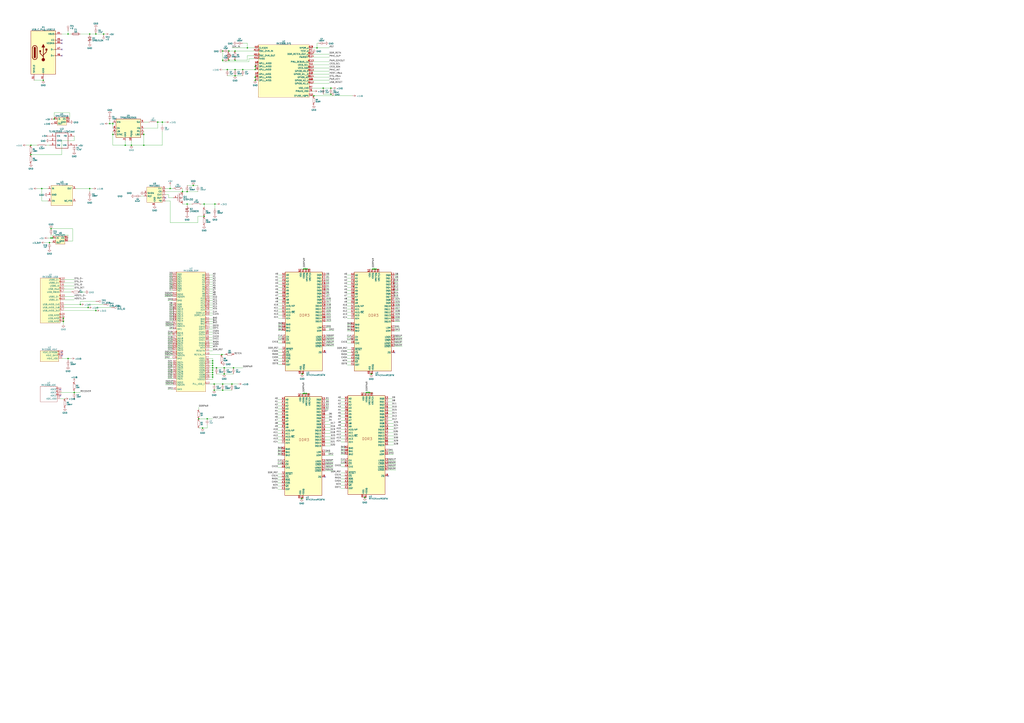
<source format=kicad_sch>
(kicad_sch (version 20220126) (generator eeschema)
  (paper "A1")
  (junction (at 153.67 167.64))
  (junction (at 307.467 221.107))
  (junction (at 139.7 154.94))
  (junction (at 209.55 63.5))
  (junction (at 174.625 309.88))
  (junction (at 166.37 351.79))
  (junction (at 25.4 119.38))
  (junction (at 249.555 220.98))
  (junction (at 300.99 322.58))
  (junction (at 209.55 57.15))
  (junction (at 184.15 302.26))
  (junction (at 153.67 157.48))
  (junction (at 73.66 27.94))
  (junction (at 260.35 39.37))
  (junction (at 257.81 78.74))
  (junction (at 182.88 41.91))
  (junction (at 187.96 49.53))
  (junction (at 177.8 302.26))
  (junction (at 248.158 307.34))
  (junction (at 92.71 101.6))
  (junction (at 271.78 72.39))
  (junction (at 118.11 119.38))
  (junction (at 170.18 344.17))
  (junction (at 182.88 320.675))
  (junction (at 78.74 27.94))
  (junction (at 191.77 302.26))
  (junction (at 184.15 307.34))
  (junction (at 193.04 57.15))
  (junction (at 199.39 57.15))
  (junction (at 303.53 322.58))
  (junction (at 306.197 221.107))
  (junction (at 193.04 49.53))
  (junction (at 55.88 27.94))
  (junction (at 118.11 110.49))
  (junction (at 271.78 77.47))
  (junction (at 149.86 157.48))
  (junction (at 41.91 187.96))
  (junction (at 176.53 167.64))
  (junction (at 52.07 264.16))
  (junction (at 43.18 195.58))
  (junction (at 35.56 66.04))
  (junction (at 174.625 307.975))
  (junction (at 102.87 119.38))
  (junction (at 174.625 296.545))
  (junction (at 182.88 315.595))
  (junction (at 129.54 100.33))
  (junction (at 203.2 39.37))
  (junction (at 175.895 320.675))
  (junction (at 182.245 291.465))
  (junction (at 174.625 306.07))
  (junction (at 107.95 119.38))
  (junction (at 92.71 110.49))
  (junction (at 72.39 252.73))
  (junction (at 247.777 409.702))
  (junction (at 299.593 408.94))
  (junction (at 186.69 57.15))
  (junction (at 85.09 27.94))
  (junction (at 167.64 167.64))
  (junction (at 40.64 199.39))
  (junction (at 73.66 154.94))
  (junction (at 304.927 307.467))
  (junction (at 133.35 100.33))
  (junction (at 60.96 322.58))
  (junction (at 90.17 101.6))
  (junction (at 308.737 221.107))
  (junction (at 252.095 220.98))
  (junction (at 41.91 195.58))
  (junction (at 167.64 177.8))
  (junction (at 25.4 127))
  (junction (at 250.825 220.98))
  (junction (at 174.625 304.165))
  (junction (at 52.07 261.62))
  (junction (at 158.75 152.4))
  (junction (at 302.26 322.58))
  (junction (at 193.04 62.23))
  (junction (at 78.74 255.27))
  (junction (at 44.45 97.79))
  (junction (at 55.88 294.64))
  (junction (at 175.895 315.595))
  (junction (at 174.625 300.355))
  (junction (at 249.174 323.342))
  (junction (at 174.625 302.26))
  (junction (at 174.625 298.45))
  (junction (at 187.96 41.91))
  (junction (at 251.714 323.342))
  (junction (at 209.55 54.61))
  (junction (at 193.04 41.91))
  (junction (at 250.317 323.342))
  (junction (at 34.29 154.94))
  (junction (at 190.5 315.595))
  (junction (at 66.04 250.19))
  (junction (at 265.43 72.39))
  (junction (at 182.88 49.53))
  (junction (at 163.195 344.17))
  (junction (at 209.55 66.04))
  (no_connect (at 266.954 391.922))
  (no_connect (at 50.8 40.64))
  (no_connect (at 50.8 35.56))
  (no_connect (at 50.8 33.02))
  (no_connect (at 50.8 45.72))
  (no_connect (at 49.53 320.04))
  (no_connect (at 49.53 325.12))
  (no_connect (at 323.977 289.687))
  (no_connect (at 267.335 289.56))
  (no_connect (at 318.77 391.16))
  (no_connect (at 135.89 162.56))
  (no_connect (at 50.8 289.56))
  (no_connect (at 50.8 292.1))
  (wire (pts (xy 176.53 167.64) (xy 176.53 171.45)))
  (wire (pts (xy 171.45 294.64) (xy 174.625 294.64)))
  (wire (pts (xy 247.015 220.98) (xy 249.555 220.98)))
  (wire (pts (xy 88.9 101.6) (xy 90.17 101.6)))
  (wire (pts (xy 171.45 306.07) (xy 174.625 306.07)))
  (wire (pts (xy 266.954 371.602) (xy 271.2974 371.602)))
  (wire (pts (xy 283.21 355.6) (xy 280.035 355.6)))
  (wire (pts (xy 139.7 165.1) (xy 135.89 165.1)))
  (wire (pts (xy 303.53 322.58) (xy 306.07 322.58)))
  (wire (pts (xy 228.473 266.7) (xy 231.775 266.7)))
  (wire (pts (xy 270.002 336.042) (xy 266.954 336.042)))
  (wire (pts (xy 251.714 323.342) (xy 254.254 323.342)))
  (wire (pts (xy 204.47 48.26) (xy 204.47 50.8)))
  (wire (pts (xy 270.51 228.6) (xy 267.335 228.6)))
  (wire (pts (xy 49.53 322.58) (xy 60.96 322.58)))
  (wire (pts (xy 174.625 309.88) (xy 174.625 311.785)))
  (wire (pts (xy 250.317 323.342) (xy 250.317 322.199)))
  (wire (pts (xy 203.2 39.37) (xy 209.55 39.37)))
  (wire (pts (xy 318.77 350.52) (xy 323.215 350.52)))
  (wire (pts (xy 137.795 281.94) (xy 142.24 281.94)))
  (wire (pts (xy 55.88 198.12) (xy 59.69 198.12)))
  (wire (pts (xy 327.152 226.187) (xy 323.977 226.187)))
  (wire (pts (xy 133.35 119.38) (xy 118.11 119.38)))
  (wire (pts (xy 133.35 107.95) (xy 133.35 119.38)))
  (wire (pts (xy 43.18 199.39) (xy 40.64 199.39)))
  (wire (pts (xy 129.54 100.33) (xy 129.54 105.41)))
  (wire (pts (xy 283.21 396.24) (xy 280.035 396.24)))
  (wire (pts (xy 288.417 256.667) (xy 285.242 256.667)))
  (wire (pts (xy 118.11 107.95) (xy 118.11 110.49)))
  (wire (pts (xy 41.91 195.58) (xy 43.18 195.58)))
  (wire (pts (xy 139.065 229.235) (xy 142.24 229.235)))
  (wire (pts (xy 209.55 45.72) (xy 203.2 45.72)))
  (wire (pts (xy 182.88 57.15) (xy 186.69 57.15)))
  (wire (pts (xy 270.129 330.962) (xy 266.954 330.962)))
  (wire (pts (xy 139.065 261.62) (xy 142.24 261.62)))
  (wire (pts (xy 274.32 279.4) (xy 267.335 279.4)))
  (wire (pts (xy 256.54 72.39) (xy 265.43 72.39)))
  (wire (pts (xy 323.215 358.14) (xy 318.77 358.14)))
  (wire (pts (xy 171.45 285.75) (xy 174.625 285.75)))
  (wire (pts (xy 285.242 238.887) (xy 288.417 238.887)))
  (wire (pts (xy 256.54 78.74) (xy 257.81 78.74)))
  (wire (pts (xy 193.04 57.15) (xy 199.39 57.15)))
  (wire (pts (xy 283.21 391.16) (xy 280.035 391.16)))
  (wire (pts (xy 133.35 100.33) (xy 133.35 102.87)))
  (wire (pts (xy 171.45 266.065) (xy 174.625 266.065)))
  (wire (pts (xy 52.07 259.08) (xy 52.07 261.62)))
  (wire (pts (xy 184.15 302.26) (xy 191.77 302.26)))
  (wire (pts (xy 191.77 302.26) (xy 199.39 302.26)))
  (wire (pts (xy 273.7104 381.762) (xy 266.954 381.762)))
  (wire (pts (xy 163.195 344.17) (xy 170.18 344.17)))
  (wire (pts (xy 328.422 259.207) (xy 323.977 259.207)))
  (wire (pts (xy 270.383 231.14) (xy 267.335 231.14)))
  (wire (pts (xy 288.417 299.847) (xy 285.242 299.847)))
  (wire (pts (xy 57.15 97.79) (xy 57.15 92.71)))
  (wire (pts (xy 260.35 39.37) (xy 260.35 35.56)))
  (wire (pts (xy 55.88 193.04) (xy 43.18 193.04)))
  (wire (pts (xy 288.417 251.587) (xy 285.242 251.587)))
  (wire (pts (xy 271.78 269.24) (xy 267.335 269.24)))
  (wire (pts (xy 271.78 248.92) (xy 267.335 248.92)))
  (wire (pts (xy 330.327 276.987) (xy 323.977 276.987)))
  (wire (pts (xy 283.21 383.54) (xy 280.035 383.54)))
  (wire (pts (xy 92.71 119.38) (xy 102.87 119.38)))
  (wire (pts (xy 285.115 271.907) (xy 288.417 271.907)))
  (wire (pts (xy 55.88 294.64) (xy 55.88 295.91)))
  (wire (pts (xy 167.64 167.64) (xy 176.53 167.64)))
  (wire (pts (xy 266.954 351.282) (xy 271.399 351.282)))
  (wire (pts (xy 256.54 63.5) (xy 270.51 63.5)))
  (wire (pts (xy 174.625 227.965) (xy 171.45 227.965)))
  (wire (pts (xy 327.152 238.887) (xy 323.977 238.887)))
  (wire (pts (xy 256.54 60.96) (xy 270.51 60.96)))
  (wire (pts (xy 228.219 346.202) (xy 231.394 346.202)))
  (wire (pts (xy 60.96 115.57) (xy 60.96 111.76)))
  (wire (pts (xy 139.065 257.81) (xy 142.24 257.81)))
  (wire (pts (xy 40.64 199.39) (xy 36.83 199.39)))
  (wire (pts (xy 137.795 287.655) (xy 142.24 287.655)))
  (wire (pts (xy 52.07 240.03) (xy 58.42 240.03)))
  (wire (pts (xy 228.092 371.602) (xy 231.394 371.602)))
  (wire (pts (xy 228.6 243.84) (xy 231.775 243.84)))
  (wire (pts (xy 137.795 320.04) (xy 142.24 320.04)))
  (wire (pts (xy 139.065 225.425) (xy 142.24 225.425)))
  (wire (pts (xy 256.54 66.04) (xy 270.51 66.04)))
  (wire (pts (xy 228.6 236.22) (xy 231.775 236.22)))
  (wire (pts (xy 270.129 328.295) (xy 266.954 328.295)))
  (wire (pts (xy 193.04 41.91) (xy 209.55 41.91)))
  (wire (pts (xy 209.55 60.96) (xy 209.55 63.5)))
  (wire (pts (xy 231.775 251.46) (xy 228.6 251.46)))
  (wire (pts (xy 280.035 327.66) (xy 283.21 327.66)))
  (wire (pts (xy 318.77 342.9) (xy 321.945 342.9)))
  (wire (pts (xy 66.04 247.65) (xy 78.74 247.65)))
  (wire (pts (xy 171.45 315.595) (xy 175.895 315.595)))
  (wire (pts (xy 283.21 347.98) (xy 280.035 347.98)))
  (wire (pts (xy 153.67 157.48) (xy 162.56 157.48)))
  (wire (pts (xy 52.07 234.95) (xy 60.96 234.95)))
  (wire (pts (xy 49.53 327.66) (xy 53.34 327.66)))
  (wire (pts (xy 52.07 261.62) (xy 52.07 264.16)))
  (wire (pts (xy 209.55 48.26) (xy 204.47 48.26)))
  (wire (pts (xy 199.39 35.56) (xy 203.2 35.56)))
  (wire (pts (xy 318.77 337.82) (xy 321.945 337.82)))
  (wire (pts (xy 153.67 152.4) (xy 158.75 152.4)))
  (wire (pts (xy 162.56 177.8) (xy 162.56 182.88)))
  (wire (pts (xy 171.45 281.94) (xy 174.625 281.94)))
  (wire (pts (xy 231.394 361.442) (xy 228.219 361.442)))
  (wire (pts (xy 280.035 330.2) (xy 283.21 330.2)))
  (wire (pts (xy 171.45 268.605) (xy 174.625 268.605)))
  (wire (pts (xy 231.394 397.002) (xy 228.219 397.002)))
  (wire (pts (xy 182.245 291.465) (xy 184.785 291.465)))
  (wire (pts (xy 182.88 320.675) (xy 190.5 320.675)))
  (wire (pts (xy 306.197 221.107) (xy 307.467 221.107)))
  (wire (pts (xy 137.795 303.53) (xy 142.24 303.53)))
  (wire (pts (xy 137.795 283.845) (xy 142.24 283.845)))
  (wire (pts (xy 267.335 264.16) (xy 271.907 264.16)))
  (wire (pts (xy 137.795 299.72) (xy 142.24 299.72)))
  (wire (pts (xy 283.21 401.32) (xy 280.035 401.32)))
  (wire (pts (xy 271.399 353.822) (xy 266.954 353.822)))
  (wire (pts (xy 139.065 255.905) (xy 142.24 255.905)))
  (wire (pts (xy 256.54 39.37) (xy 260.35 39.37)))
  (wire (pts (xy 228.6 238.76) (xy 231.775 238.76)))
  (wire (pts (xy 171.45 288.29) (xy 174.625 288.29)))
  (wire (pts (xy 271.78 246.38) (xy 267.335 246.38)))
  (wire (pts (xy 227.965 381.762) (xy 231.394 381.762)))
  (wire (pts (xy 266.954 374.142) (xy 273.8374 374.142)))
  (wire (pts (xy 231.394 384.302) (xy 228.219 384.302)))
  (wire (pts (xy 274.32 284.48) (xy 267.335 284.48)))
  (wire (pts (xy 231.394 399.542) (xy 228.219 399.542)))
  (wire (pts (xy 266.954 348.742) (xy 271.4244 348.742)))
  (wire (pts (xy 174.625 302.26) (xy 174.625 304.165)))
  (wire (pts (xy 135.89 266.065) (xy 142.24 266.065)))
  (wire (pts (xy 288.417 289.687) (xy 285.242 289.687)))
  (wire (pts (xy 176.53 167.64) (xy 177.8 167.64)))
  (wire (pts (xy 73.66 154.94) (xy 73.66 157.48)))
  (wire (pts (xy 174.625 302.26) (xy 177.8 302.26)))
  (wire (pts (xy 248.158 307.34) (xy 249.555 307.34)))
  (wire (pts (xy 139.065 259.715) (xy 142.24 259.715)))
  (wire (pts (xy 174.625 229.87) (xy 171.45 229.87)))
  (wire (pts (xy 38.1 119.38) (xy 40.64 119.38)))
  (wire (pts (xy 41.91 193.04) (xy 41.91 195.58)))
  (wire (pts (xy 186.69 62.23) (xy 193.04 62.23)))
  (wire (pts (xy 328.422 264.287) (xy 323.977 264.287)))
  (wire (pts (xy 328.422 251.587) (xy 323.977 251.587)))
  (wire (pts (xy 174.625 237.49) (xy 171.45 237.49)))
  (wire (pts (xy 135.89 157.48) (xy 149.86 157.48)))
  (wire (pts (xy 171.45 274.955) (xy 174.625 274.955)))
  (wire (pts (xy 266.954 333.502) (xy 270.0528 333.502)))
  (wire (pts (xy 256.54 46.99) (xy 270.51 46.99)))
  (wire (pts (xy 135.255 241.935) (xy 142.24 241.935)))
  (wire (pts (xy 283.21 358.14) (xy 280.035 358.14)))
  (wire (pts (xy 171.45 279.4) (xy 174.625 279.4)))
  (wire (pts (xy 267.335 243.84) (xy 270.637 243.84)))
  (wire (pts (xy 203.2 45.72) (xy 203.2 49.53)))
  (wire (pts (xy 182.88 41.91) (xy 182.88 49.53)))
  (wire (pts (xy 171.45 298.45) (xy 174.625 298.45)))
  (wire (pts (xy 34.29 165.1) (xy 39.37 165.1)))
  (wire (pts (xy 171.45 302.26) (xy 174.625 302.26)))
  (wire (pts (xy 246.634 409.702) (xy 247.777 409.702)))
  (wire (pts (xy 302.26 322.58) (xy 302.26 321.437)))
  (wire (pts (xy 139.065 252.095) (xy 142.24 252.095)))
  (wire (pts (xy 288.417 261.747) (xy 285.242 261.747)))
  (wire (pts (xy 318.77 340.36) (xy 321.945 340.36)))
  (wire (pts (xy 228.219 330.962) (xy 231.394 330.962)))
  (wire (pts (xy 171.45 252.73) (xy 174.625 252.73)))
  (wire (pts (xy 137.795 278.13) (xy 142.24 278.13)))
  (wire (pts (xy 30.48 154.94) (xy 34.29 154.94)))
  (wire (pts (xy 228.219 343.662) (xy 231.394 343.662)))
  (wire (pts (xy 283.21 360.68) (xy 280.035 360.68)))
  (wire (pts (xy 274.32 276.86) (xy 267.335 276.86)))
  (wire (pts (xy 270.383 233.68) (xy 267.335 233.68)))
  (wire (pts (xy 118.11 119.38) (xy 107.95 119.38)))
  (wire (pts (xy 137.795 297.815) (xy 142.24 297.815)))
  (wire (pts (xy 231.775 289.56) (xy 228.6 289.56)))
  (wire (pts (xy 231.394 391.922) (xy 228.219 391.922)))
  (wire (pts (xy 288.417 287.147) (xy 285.242 287.147)))
  (wire (pts (xy 52.07 232.41) (xy 60.96 232.41)))
  (wire (pts (xy 72.39 252.73) (xy 72.39 250.19)))
  (wire (pts (xy 171.45 309.88) (xy 174.625 309.88)))
  (wire (pts (xy 270.002 346.202) (xy 266.954 346.202)))
  (wire (pts (xy 304.927 307.467) (xy 306.197 307.467)))
  (wire (pts (xy 187.96 41.91) (xy 193.04 41.91)))
  (wire (pts (xy 107.95 119.38) (xy 102.87 119.38)))
  (wire (pts (xy 228.6 241.3) (xy 231.775 241.3)))
  (wire (pts (xy 166.37 351.79) (xy 163.195 351.79)))
  (wire (pts (xy 285.115 266.827) (xy 288.417 266.827)))
  (wire (pts (xy 162.56 182.88) (xy 139.7 182.88)))
  (wire (pts (xy 285.242 243.967) (xy 288.417 243.967)))
  (wire (pts (xy 270.383 241.3) (xy 267.335 241.3)))
  (wire (pts (xy 327.152 228.727) (xy 323.977 228.727)))
  (wire (pts (xy 139.065 236.855) (xy 142.24 236.855)))
  (wire (pts (xy 171.45 247.015) (xy 174.625 247.015)))
  (wire (pts (xy 280.035 342.9) (xy 283.21 342.9)))
  (wire (pts (xy 283.21 350.52) (xy 280.035 350.52)))
  (wire (pts (xy 266.954 356.362) (xy 271.3736 356.362)))
  (wire (pts (xy 250.825 220.98) (xy 250.825 219.837)))
  (wire (pts (xy 139.065 238.76) (xy 142.24 238.76)))
  (wire (pts (xy 139.065 233.045) (xy 142.24 233.045)))
  (wire (pts (xy 288.417 254.127) (xy 285.242 254.127)))
  (wire (pts (xy 171.45 283.845) (xy 174.625 283.845)))
  (wire (pts (xy 209.55 63.5) (xy 209.55 66.04)))
  (wire (pts (xy 231.775 259.08) (xy 228.6 259.08)))
  (wire (pts (xy 279.908 373.38) (xy 283.21 373.38)))
  (wire (pts (xy 231.394 402.082) (xy 228.219 402.082)))
  (wire (pts (xy 135.89 267.97) (xy 142.24 267.97)))
  (wire (pts (xy 280.035 337.82) (xy 283.21 337.82)))
  (wire (pts (xy 174.625 300.355) (xy 174.625 302.26)))
  (wire (pts (xy 52.07 264.16) (xy 52.07 266.7)))
  (wire (pts (xy 283.21 398.78) (xy 280.035 398.78)))
  (wire (pts (xy 92.71 107.95) (xy 92.71 110.49)))
  (wire (pts (xy 228.473 269.24) (xy 231.775 269.24)))
  (wire (pts (xy 328.422 246.507) (xy 323.977 246.507)))
  (wire (pts (xy 288.417 292.227) (xy 285.242 292.227)))
  (wire (pts (xy 250.317 323.342) (xy 251.714 323.342)))
  (wire (pts (xy 247.777 409.702) (xy 249.174 409.702)))
  (wire (pts (xy 73.66 27.94) (xy 78.74 27.94)))
  (wire (pts (xy 129.54 105.41) (xy 118.11 105.41)))
  (wire (pts (xy 327.152 233.807) (xy 323.977 233.807)))
  (wire (pts (xy 270.0274 343.662) (xy 266.9794 343.662)))
  (wire (pts (xy 323.215 353.06) (xy 318.77 353.06)))
  (wire (pts (xy 55.88 25.4) (xy 55.88 27.94)))
  (wire (pts (xy 139.065 254) (xy 142.24 254)))
  (wire (pts (xy 66.04 250.19) (xy 66.04 247.65)))
  (wire (pts (xy 256.54 44.45) (xy 270.51 44.45)))
  (wire (pts (xy 39.37 154.94) (xy 34.29 154.94)))
  (wire (pts (xy 231.775 281.94) (xy 228.6 281.94)))
  (wire (pts (xy 27.94 66.04) (xy 35.56 66.04)))
  (wire (pts (xy 171.45 273.05) (xy 174.625 273.05)))
  (wire (pts (xy 270.383 238.76) (xy 267.335 238.76)))
  (wire (pts (xy 171.45 300.355) (xy 174.625 300.355)))
  (wire (pts (xy 302.26 322.58) (xy 303.53 322.58)))
  (wire (pts (xy 149.86 157.48) (xy 153.67 157.48)))
  (wire (pts (xy 139.065 270.51) (xy 142.24 270.51)))
  (wire (pts (xy 274.32 281.94) (xy 267.335 281.94)))
  (wire (pts (xy 174.625 294.64) (xy 174.625 296.545)))
  (wire (pts (xy 139.7 154.94) (xy 142.24 154.94)))
  (wire (pts (xy 137.795 275.59) (xy 142.24 275.59)))
  (wire (pts (xy 139.065 227.33) (xy 142.24 227.33)))
  (wire (pts (xy 285.115 269.367) (xy 288.417 269.367)))
  (wire (pts (xy 167.64 177.8) (xy 162.56 177.8)))
  (wire (pts (xy 182.88 315.595) (xy 190.5 315.595)))
  (wire (pts (xy 288.417 282.067) (xy 285.242 282.067)))
  (wire (pts (xy 273.7104 384.302) (xy 266.954 384.302)))
  (wire (pts (xy 270.002 341.122) (xy 266.954 341.122)))
  (wire (pts (xy 139.065 231.14) (xy 142.24 231.14)))
  (wire (pts (xy 228.6 231.14) (xy 231.775 231.14)))
  (wire (pts (xy 175.895 315.595) (xy 182.88 315.595)))
  (wire (pts (xy 92.71 100.33) (xy 92.71 101.6)))
  (wire (pts (xy 52.07 250.19) (xy 66.04 250.19)))
  (wire (pts (xy 231.775 248.92) (xy 228.6 248.92)))
  (wire (pts (xy 171.45 277.495) (xy 174.625 277.495)))
  (wire (pts (xy 327.152 241.427) (xy 323.977 241.427)))
  (wire (pts (xy 171.45 257.175) (xy 174.625 257.175)))
  (wire (pts (xy 318.77 345.44) (xy 321.945 345.44)))
  (wire (pts (xy 228.473 271.78) (xy 231.775 271.78)))
  (wire (pts (xy 59.69 187.96) (xy 41.91 187.96)))
  (wire (pts (xy 190.5 39.37) (xy 203.2 39.37)))
  (wire (pts (xy 265.43 72.39) (xy 271.78 72.39)))
  (wire (pts (xy 274.32 271.78) (xy 267.335 271.78)))
  (wire (pts (xy 298.45 408.94) (xy 299.593 408.94)))
  (wire (pts (xy 231.394 389.382) (xy 228.219 389.382)))
  (wire (pts (xy 257.81 78.74) (xy 289.56 78.74)))
  (wire (pts (xy 78.74 27.94) (xy 85.09 27.94)))
  (wire (pts (xy 118.11 100.33) (xy 121.92 100.33)))
  (wire (pts (xy 182.88 50.8) (xy 182.88 49.53)))
  (wire (pts (xy 174.625 304.165) (xy 174.625 306.07)))
  (wire (pts (xy 174.625 233.68) (xy 171.45 233.68)))
  (wire (pts (xy 231.394 356.362) (xy 228.219 356.362)))
  (wire (pts (xy 193.04 62.23) (xy 199.39 62.23)))
  (wire (pts (xy 171.45 243.205) (xy 174.625 243.205)))
  (wire (pts (xy 137.795 309.245) (xy 142.24 309.245)))
  (wire (pts (xy 283.21 363.22) (xy 280.035 363.22)))
  (wire (pts (xy 231.775 246.38) (xy 228.6 246.38)))
  (wire (pts (xy 165.1 167.64) (xy 167.64 167.64)))
  (wire (pts (xy 190.5 315.595) (xy 195.58 315.595)))
  (wire (pts (xy 250.825 220.98) (xy 252.095 220.98)))
  (wire (pts (xy 115.57 161.29) (xy 118.11 161.29)))
  (wire (pts (xy 60.96 322.58) (xy 66.04 322.58)))
  (wire (pts (xy 72.39 250.19) (xy 85.09 250.19)))
  (wire (pts (xy 288.417 249.047) (xy 285.242 249.047)))
  (wire (pts (xy 328.422 249.047) (xy 323.977 249.047)))
  (wire (pts (xy 138.43 162.56) (xy 142.24 162.56)))
  (wire (pts (xy 323.215 373.38) (xy 318.77 373.38)))
  (wire (pts (xy 57.15 92.71) (xy 44.45 92.71)))
  (wire (pts (xy 273.7104 386.842) (xy 266.954 386.842)))
  (wire (pts (xy 321.945 335.28) (xy 318.77 335.28)))
  (wire (pts (xy 39.37 195.58) (xy 41.91 195.58)))
  (wire (pts (xy 171.45 248.92) (xy 174.625 248.92)))
  (wire (pts (xy 135.255 290.195) (xy 142.24 290.195)))
  (wire (pts (xy 256.54 50.8) (xy 270.51 50.8)))
  (wire (pts (xy 174.625 235.585) (xy 171.45 235.585)))
  (wire (pts (xy 252.095 220.98) (xy 254.635 220.98)))
  (wire (pts (xy 43.18 193.04) (xy 43.18 195.58)))
  (wire (pts (xy 135.255 292.1) (xy 142.24 292.1)))
  (wire (pts (xy 62.23 154.94) (xy 73.66 154.94)))
  (wire (pts (xy 231.775 297.18) (xy 228.6 297.18)))
  (wire (pts (xy 73.66 154.94) (xy 76.2 154.94)))
  (wire (pts (xy 231.394 363.982) (xy 228.219 363.982)))
  (wire (pts (xy 177.8 302.26) (xy 184.15 302.26)))
  (wire (pts (xy 228.092 369.062) (xy 231.394 369.062)))
  (wire (pts (xy 135.89 154.94) (xy 139.7 154.94)))
  (wire (pts (xy 249.555 220.98) (xy 250.825 220.98)))
  (wire (pts (xy 174.625 231.775) (xy 171.45 231.775)))
  (wire (pts (xy 231.775 256.54) (xy 228.6 256.54)))
  (wire (pts (xy 271.78 251.46) (xy 267.335 251.46)))
  (wire (pts (xy 325.12 381) (xy 318.77 381)))
  (wire (pts (xy 328.422 271.907) (xy 323.977 271.907)))
  (wire (pts (xy 66.04 27.94) (xy 73.66 27.94)))
  (wire (pts (xy 107.95 115.57) (xy 107.95 119.38)))
  (wire (pts (xy 231.775 299.72) (xy 228.6 299.72)))
  (wire (pts (xy 153.67 167.64) (xy 157.48 167.64)))
  (wire (pts (xy 52.07 252.73) (xy 72.39 252.73)))
  (wire (pts (xy 231.775 292.1) (xy 228.6 292.1)))
  (wire (pts (xy 52.07 243.84) (xy 60.96 243.84)))
  (wire (pts (xy 60.96 321.31) (xy 60.96 322.58)))
  (wire (pts (xy 246.634 323.342) (xy 249.174 323.342)))
  (wire (pts (xy 50.8 27.94) (xy 55.88 27.94)))
  (wire (pts (xy 280.035 332.74) (xy 283.21 332.74)))
  (wire (pts (xy 288.417 246.507) (xy 285.242 246.507)))
  (wire (pts (xy 325.12 386.08) (xy 318.77 386.08)))
  (wire (pts (xy 228.6 228.6) (xy 231.775 228.6)))
  (wire (pts (xy 50.8 115.57) (xy 60.96 115.57)))
  (wire (pts (xy 280.035 345.44) (xy 283.21 345.44)))
  (wire (pts (xy 55.88 27.94) (xy 58.42 27.94)))
  (wire (pts (xy 330.327 284.607) (xy 323.977 284.607)))
  (wire (pts (xy 299.593 408.94) (xy 300.99 408.94)))
  (wire (pts (xy 228.6 233.68) (xy 231.775 233.68)))
  (wire (pts (xy 284.988 279.527) (xy 288.417 279.527)))
  (wire (pts (xy 256.54 74.93) (xy 257.81 74.93)))
  (wire (pts (xy 171.45 241.3) (xy 174.625 241.3)))
  (wire (pts (xy 271.399 366.522) (xy 266.954 366.522)))
  (wire (pts (xy 228.219 328.422) (xy 231.394 328.422)))
  (wire (pts (xy 228.346 279.4) (xy 231.775 279.4)))
  (wire (pts (xy 170.18 344.17) (xy 174.625 344.17)))
  (wire (pts (xy 209.55 54.61) (xy 209.55 57.15)))
  (wire (pts (xy 285.242 241.427) (xy 288.417 241.427)))
  (wire (pts (xy 279.781 378.46) (xy 283.21 378.46)))
  (wire (pts (xy 171.45 291.465) (xy 182.245 291.465)))
  (wire (pts (xy 260.35 35.56) (xy 261.62 35.56)))
  (wire (pts (xy 271.78 72.39) (xy 273.05 72.39)))
  (wire (pts (xy 171.45 254.635) (xy 174.625 254.635)))
  (wire (pts (xy 171.45 304.165) (xy 174.625 304.165)))
  (wire (pts (xy 171.45 296.545) (xy 174.625 296.545)))
  (wire (pts (xy 66.04 240.03) (xy 69.85 240.03)))
  (wire (pts (xy 256.54 58.42) (xy 270.51 58.42)))
  (wire (pts (xy 228.219 336.042) (xy 231.394 336.042)))
  (wire (pts (xy 174.625 239.395) (xy 171.45 239.395)))
  (wire (pts (xy 59.69 198.12) (xy 59.69 187.96)))
  (wire (pts (xy 285.242 233.807) (xy 288.417 233.807)))
  (wire (pts (xy 78.74 252.73) (xy 91.44 252.73)))
  (wire (pts (xy 271.78 256.54) (xy 267.335 256.54)))
  (wire (pts (xy 318.77 347.98) (xy 323.215 347.98)))
  (wire (pts (xy 166.37 351.79) (xy 170.18 351.79)))
  (wire (pts (xy 285.242 236.347) (xy 288.417 236.347)))
  (wire (pts (xy 163.195 334.645) (xy 163.195 336.55)))
  (wire (pts (xy 270.383 236.22) (xy 267.335 236.22)))
  (wire (pts (xy 139.065 250.19) (xy 142.24 250.19)))
  (wire (pts (xy 328.422 254.127) (xy 323.977 254.127)))
  (wire (pts (xy 288.417 259.207) (xy 285.242 259.207)))
  (wire (pts (xy 279.908 370.84) (xy 283.21 370.84)))
  (wire (pts (xy 209.55 52.07) (xy 209.55 54.61)))
  (wire (pts (xy 199.39 57.15) (xy 209.55 57.15)))
  (wire (pts (xy 323.215 360.68) (xy 318.77 360.68)))
  (wire (pts (xy 133.35 100.33) (xy 135.89 100.33)))
  (wire (pts (xy 137.795 280.035) (xy 142.24 280.035)))
  (wire (pts (xy 102.87 119.38) (xy 102.87 115.57)))
  (wire (pts (xy 228.219 333.502) (xy 231.394 333.502)))
  (wire (pts (xy 298.45 322.58) (xy 300.99 322.58)))
  (wire (pts (xy 137.795 305.435) (xy 142.24 305.435)))
  (wire (pts (xy 174.625 226.06) (xy 171.45 226.06)))
  (wire (pts (xy 323.977 269.367) (xy 328.168 269.367)))
  (wire (pts (xy 231.775 287.02) (xy 228.6 287.02)))
  (wire (pts (xy 137.795 273.685) (xy 142.24 273.685)))
  (wire (pts (xy 177.8 307.34) (xy 184.15 307.34)))
  (wire (pts (xy 318.77 370.84) (xy 322.961 370.84)))
  (wire (pts (xy 279.908 368.3) (xy 283.21 368.3)))
  (wire (pts (xy 138.43 160.02) (xy 138.43 162.56)))
  (wire (pts (xy 171.45 245.11) (xy 174.625 245.11)))
  (wire (pts (xy 139.065 234.95) (xy 142.24 234.95)))
  (wire (pts (xy 325.12 378.46) (xy 318.77 378.46)))
  (wire (pts (xy 307.467 221.107) (xy 308.737 221.107)))
  (wire (pts (xy 266.954 358.902) (xy 271.526 358.902)))
  (wire (pts (xy 249.174 323.342) (xy 250.317 323.342)))
  (wire (pts (xy 171.45 311.785) (xy 174.625 311.785)))
  (wire (pts (xy 327.152 231.267) (xy 323.977 231.267)))
  (wire (pts (xy 231.775 261.62) (xy 228.6 261.62)))
  (wire (pts (xy 174.625 298.45) (xy 174.625 300.355)))
  (wire (pts (xy 90.17 99.06) (xy 90.17 101.6)))
  (wire (pts (xy 44.45 92.71) (xy 44.45 97.79)))
  (wire (pts (xy 171.45 259.08) (xy 174.625 259.08)))
  (wire (pts (xy 231.775 294.64) (xy 228.6 294.64)))
  (wire (pts (xy 300.99 322.58) (xy 302.26 322.58)))
  (wire (pts (xy 231.775 254) (xy 228.6 254)))
  (wire (pts (xy 175.895 320.675) (xy 182.88 320.675)))
  (wire (pts (xy 271.78 259.08) (xy 267.335 259.08)))
  (wire (pts (xy 323.215 363.22) (xy 318.77 363.22)))
  (wire (pts (xy 52.07 255.27) (xy 78.74 255.27)))
  (wire (pts (xy 280.035 340.36) (xy 283.21 340.36)))
  (wire (pts (xy 135.89 160.02) (xy 138.43 160.02)))
  (wire (pts (xy 139.7 182.88) (xy 139.7 165.1)))
  (wire (pts (xy 328.422 256.667) (xy 323.977 256.667)))
  (wire (pts (xy 167.64 167.64) (xy 167.64 170.18)))
  (wire (pts (xy 171.45 307.975) (xy 174.625 307.975)))
  (wire (pts (xy 283.21 388.62) (xy 280.035 388.62)))
  (wire (pts (xy 231.394 353.822) (xy 228.219 353.822)))
  (wire (pts (xy 174.625 306.07) (xy 174.625 307.975)))
  (wire (pts (xy 265.43 77.47) (xy 271.78 77.47)))
  (wire (pts (xy 303.657 307.467) (xy 304.927 307.467)))
  (wire (pts (xy 170.18 349.25) (xy 170.18 351.79)))
  (wire (pts (xy 228.219 341.122) (xy 231.394 341.122)))
  (wire (pts (xy 231.394 394.462) (xy 228.219 394.462)))
  (wire (pts (xy 228.346 276.86) (xy 231.775 276.86)))
  (wire (pts (xy 139.065 263.525) (xy 142.24 263.525)))
  (wire (pts (xy 303.657 221.107) (xy 306.197 221.107)))
  (wire (pts (xy 321.945 332.74) (xy 318.77 332.74)))
  (wire (pts (xy 85.09 27.94) (xy 86.36 27.94)))
  (wire (pts (xy 284.988 276.987) (xy 288.417 276.987)))
  (wire (pts (xy 52.07 237.49) (xy 61.1471 237.49)))
  (wire (pts (xy 285.242 231.267) (xy 288.417 231.267)))
  (wire (pts (xy 55.88 195.58) (xy 55.88 193.04)))
  (wire (pts (xy 137.795 247.015) (xy 142.24 247.015)))
  (wire (pts (xy 323.215 365.76) (xy 318.77 365.76)))
  (wire (pts (xy 228.219 338.582) (xy 231.394 338.582)))
  (wire (pts (xy 137.795 285.75) (xy 142.24 285.75)))
  (wire (pts (xy 228.6 226.06) (xy 231.775 226.06)))
  (wire (pts (xy 118.11 110.49) (xy 118.11 119.38)))
  (wire (pts (xy 266.954 379.222) (xy 273.7612 379.222)))
  (wire (pts (xy 270.51 226.06) (xy 267.335 226.06)))
  (wire (pts (xy 135.89 314.325) (xy 142.24 314.325)))
  (wire (pts (xy 137.795 301.625) (xy 142.24 301.625)))
  (wire (pts (xy 228.092 374.142) (xy 231.394 374.142)))
  (wire (pts (xy 50.8 294.64) (xy 55.88 294.64)))
  (wire (pts (xy 231.394 358.902) (xy 228.219 358.902)))
  (wire (pts (xy 318.77 330.2) (xy 321.945 330.2)))
  (wire (pts (xy 247.015 307.34) (xy 248.158 307.34)))
  (wire (pts (xy 174.625 296.545) (xy 174.625 298.45)))
  (wire (pts (xy 318.77 327.66) (xy 321.945 327.66)))
  (wire (pts (xy 327.152 236.347) (xy 323.977 236.347)))
  (wire (pts (xy 288.417 294.767) (xy 285.242 294.767)))
  (wire (pts (xy 280.035 335.28) (xy 283.21 335.28)))
  (wire (pts (xy 283.21 353.06) (xy 280.035 353.06)))
  (wire (pts (xy 171.45 250.825) (xy 174.625 250.825)))
  (wire (pts (xy 21.59 119.38) (xy 25.4 119.38)))
  (wire (pts (xy 256.54 53.34) (xy 270.51 53.34)))
  (wire (pts (xy 90.17 101.6) (xy 92.71 101.6)))
  (wire (pts (xy 52.07 246.38) (xy 60.96 246.38)))
  (wire (pts (xy 137.795 311.15) (xy 142.24 311.15)))
  (wire (pts (xy 149.86 167.64) (xy 153.67 167.64)))
  (wire (pts (xy 307.467 221.107) (xy 307.467 219.964)))
  (wire (pts (xy 55.88 294.64) (xy 58.42 294.64)))
  (wire (pts (xy 285.242 226.187) (xy 288.417 226.187)))
  (wire (pts (xy 328.422 261.747) (xy 323.977 261.747)))
  (wire (pts (xy 260.35 39.37) (xy 270.51 39.37)))
  (wire (pts (xy 325.12 383.54) (xy 318.77 383.54)))
  (wire (pts (xy 279.781 381) (xy 283.21 381)))
  (wire (pts (xy 174.625 307.975) (xy 174.625 309.88)))
  (wire (pts (xy 171.45 262.255) (xy 174.625 262.255)))
  (wire (pts (xy 271.399 363.982) (xy 266.954 363.982)))
  (wire (pts (xy 186.69 57.15) (xy 193.04 57.15)))
  (wire (pts (xy 327.152 243.967) (xy 323.977 243.967)))
  (wire (pts (xy 285.242 228.727) (xy 288.417 228.727)))
  (wire (pts (xy 25.4 119.38) (xy 30.48 119.38)))
  (wire (pts (xy 308.737 221.107) (xy 311.277 221.107)))
  (wire (pts (xy 50.8 127) (xy 50.8 115.57)))
  (wire (pts (xy 171.45 264.16) (xy 174.625 264.16)))
  (wire (pts (xy 153.67 167.64) (xy 153.67 168.91)))
  (wire (pts (xy 330.327 279.527) (xy 323.977 279.527)))
  (wire (pts (xy 283.21 393.7) (xy 280.035 393.7)))
  (wire (pts (xy 256.54 68.58) (xy 270.51 68.58)))
  (wire (pts (xy 149.86 157.48) (xy 149.86 154.94)))
  (wire (pts (xy 158.75 152.4) (xy 162.56 152.4)))
  (wire (pts (xy 137.795 307.34) (xy 142.24 307.34)))
  (wire (pts (xy 129.54 100.33) (xy 133.35 100.33)))
  (wire (pts (xy 184.15 307.34) (xy 191.77 307.34)))
  (wire (pts (xy 92.71 110.49) (xy 92.71 119.38)))
  (wire (pts (xy 171.45 270.51) (xy 174.625 270.51)))
  (wire (pts (xy 135.255 243.84) (xy 142.24 243.84)))
  (wire (pts (xy 271.78 261.62) (xy 267.335 261.62)))
  (wire (pts (xy 271.78 254) (xy 267.335 254)))
  (wire (pts (xy 323.0626 355.6) (xy 318.77 355.6)))
  (wire (pts (xy 231.394 348.742) (xy 228.219 348.742)))
  (wire (pts (xy 256.54 55.88) (xy 270.51 55.88)))
  (wire (pts (xy 330.327 282.067) (xy 323.977 282.067)))
  (wire (pts (xy 135.89 316.23) (xy 142.24 316.23)))
  (wire (pts (xy 52.07 229.87) (xy 60.96 229.87)))
  (wire (pts (xy 271.399 361.442) (xy 266.954 361.442)))
  (wire (pts (xy 203.2 49.53) (xy 193.04 49.53)))
  (wire (pts (xy 135.255 294.64) (xy 142.24 294.64)))
  (wire (pts (xy 139.7 152.4) (xy 139.7 154.94)))
  (wire (pts (xy 227.965 379.222) (xy 231.394 379.222)))
  (wire (pts (xy 25.4 127) (xy 50.8 127)))
  (wire (pts (xy 187.96 49.53) (xy 193.04 49.53)))
  (wire (pts (xy 231.394 351.282) (xy 228.219 351.282)))
  (wire (pts (xy 92.71 101.6) (xy 92.71 105.41)))
  (wire (pts (xy 78.74 255.27) (xy 78.74 252.73)))
  (wire (pts (xy 288.417 297.307) (xy 285.242 297.307)))
  (wire (pts (xy 204.47 50.8) (xy 182.88 50.8)))
  (wire (pts (xy 34.29 154.94) (xy 34.29 165.1)))
  (wire (pts (xy 203.2 35.56) (xy 203.2 39.37)))
  (label "CLKN" (at 228.346 279.4 0))
  (label "D17" (at 271.4244 348.742 0))
  (label "WEN" (at 228.6 297.18 0))
  (label "RASN" (at 174.625 281.94 0))
  (label "DQS2P" (at 274.32 281.94 0))
  (label "RETEN" (at 192.405 291.465 0))
  (label "A12" (at 228.6 256.54 0))
  (label "DQS0M" (at 135.255 243.84 0))
  (label "DQS2M" (at 274.32 284.48 0))
  (label "A14" (at 280.035 363.22 0))
  (label "A6" (at 280.035 342.9 0))
  (label "D6" (at 270.002 341.122 0))
  (label "D22" (at 271.399 361.442 0))
  (label "D5" (at 270.383 238.76 0))
  (label "D22" (at 271.78 261.62 0))
  (label "OTG_DET" (at 61.1471 237.49 0))
  (label "A2" (at 228.219 333.502 0))
  (label "D5" (at 270.0274 343.662 0))
  (label "D0" (at 270.51 226.06 0))
  (label "A4" (at 280.035 337.82 0))
  (label "DM0" (at 137.795 247.015 0))
  (label "D16" (at 271.78 246.38 0))
  (label "D23" (at 271.526 358.902 0))
  (label "A9" (at 228.6 248.92 0))
  (label "D20" (at 271.78 256.54 0))
  (label "D21" (at 137.795 283.845 0))
  (label "D10" (at 327.152 231.267 0))
  (label "A5" (at 228.219 341.122 0))
  (label "A8" (at 228.6 246.38 0))
  (label "A13" (at 228.6 259.08 0))
  (label "DM2" (at 274.32 271.78 0))
  (label "RST" (at 270.51 39.37 0))
  (label "DQS0M" (at 273.7104 381.762 0))
  (label "D19" (at 137.795 280.035 0))
  (label "A8" (at 285.242 246.507 0))
  (label "DQS0P" (at 274.32 276.86 0))
  (label "BA1" (at 279.908 370.84 0))
  (label "OTG_ID" (at 60.96 234.95 0))
  (label "A11" (at 228.219 356.362 0))
  (label "BA1" (at 228.473 269.24 0))
  (label "BA0" (at 228.092 369.062 0))
  (label "A9" (at 174.625 243.205 0))
  (label "DDRPWR" (at 250.317 322.199 90))
  (label "DM2" (at 135.255 294.64 0))
  (label "CLKN" (at 279.781 381 0))
  (label "DQS2M" (at 135.255 292.1 0))
  (label "DM0" (at 271.2974 371.602 0))
  (label "A12" (at 228.219 358.902 0))
  (label "WEN" (at 285.242 297.307 0))
  (label "D29" (at 323.215 363.22 0))
  (label "A8" (at 174.625 241.3 0))
  (label "D29" (at 328.422 259.207 0))
  (label "RASN" (at 228.6 292.1 0))
  (label "D21" (at 271.78 259.08 0))
  (label "A12" (at 285.242 256.667 0))
  (label "DDRPWR" (at 163.195 334.645 0))
  (label "DDR_RST" (at 285.242 287.147 0))
  (label "USB_RESET" (at 270.51 68.58 0))
  (label "RASN" (at 228.219 394.462 0))
  (label "D7" (at 266.954 338.582 0))
  (label "D1" (at 270.51 228.6 0))
  (label "D14" (at 139.065 261.62 0))
  (label "DQS3M" (at 330.327 284.607 0))
  (label "D28" (at 137.795 305.435 0))
  (label "A4" (at 228.219 338.582 0))
  (label "A0" (at 228.6 226.06 0))
  (label "D14" (at 321.945 340.36 0))
  (label "CLKN" (at 174.625 259.08 0))
  (label "D6" (at 139.065 236.855 0))
  (label "A15" (at 174.625 254.635 0))
  (label "A0" (at 285.242 226.187 0))
  (label "DM3" (at 323.215 373.38 0))
  (label "D25" (at 328.422 249.047 0))
  (label "D14" (at 327.152 241.427 0))
  (label "D12" (at 327.152 236.347 0))
  (label "A14" (at 285.242 261.747 0))
  (label "BA2" (at 228.473 271.78 0))
  (label "BA2" (at 228.092 374.142 0))
  (label "D22" (at 137.795 285.75 0))
  (label "A12" (at 174.625 248.92 0))
  (label "CLKN" (at 284.988 279.527 0))
  (label "D19" (at 271.399 353.822 0))
  (label "D16" (at 271.399 351.282 0))
  (label "A0" (at 280.035 327.66 0))
  (label "DQS3M" (at 135.89 316.23 0))
  (label "DQS3P" (at 135.89 314.325 0))
  (label "WEN" (at 228.219 399.542 0))
  (label "CS0N" (at 228.6 289.56 0))
  (label "D19" (at 271.78 254 0))
  (label "D28" (at 328.422 256.667 0))
  (label "D24" (at 328.422 246.507 0))
  (label "D9" (at 321.945 327.66 0))
  (label "ODT1" (at 280.035 401.32 0))
  (label "CKE0" (at 285.242 282.067 0))
  (label "D3" (at 139.065 231.14 0))
  (label "PMIC_SLP" (at 270.51 46.99 0))
  (label "A7" (at 285.242 243.967 0))
  (label "A14" (at 228.219 363.982 0))
  (label "CKE0" (at 280.035 383.54 0))
  (label "A6" (at 174.625 237.49 0))
  (label "A4" (at 285.242 236.347 0))
  (label "HOST1_D-" (at 60.96 243.84 0))
  (label "D13" (at 321.945 342.9 0))
  (label "D31" (at 137.795 311.15 0))
  (label "BA2" (at 279.908 373.38 0))
  (label "A6" (at 228.219 343.662 0))
  (label "DDRPWR" (at 250.825 219.837 90))
  (label "A0" (at 228.219 328.422 0))
  (label "BA2" (at 285.115 271.907 0))
  (label "A10" (at 174.625 245.11 0))
  (label "A5" (at 285.242 238.887 0))
  (label "D15" (at 321.945 337.82 0))
  (label "A1" (at 228.6 228.6 0))
  (label "A5" (at 280.035 340.36 0))
  (label "CLK" (at 279.781 378.46 0))
  (label "DDRPWR" (at 307.467 219.964 90))
  (label "RECOVER" (at 66.04 322.58 0))
  (label "DQS1P" (at 330.327 276.987 0))
  (label "D20" (at 271.399 366.522 0))
  (label "CKE1" (at 174.625 279.4 0))
  (label "DQS0M" (at 274.32 279.4 0))
  (label "A10" (at 228.6 251.46 0))
  (label "WEN" (at 174.625 285.75 0))
  (label "A13" (at 280.035 360.68 0))
  (label "D18" (at 271.78 251.46 0))
  (label "D10" (at 139.065 254 0))
  (label "D2" (at 139.065 229.235 0))
  (label "A9" (at 228.219 351.282 0))
  (label "D17" (at 137.795 275.59 0))
  (label "PMIC_INT" (at 270.51 58.42 0))
  (label "A2" (at 228.6 231.14 0))
  (label "D2" (at 270.002 336.042 0))
  (label "DDR_RST" (at 228.6 287.02 0))
  (label "D16" (at 137.795 273.685 0))
  (label "DQS3M" (at 325.12 386.08 0))
  (label "CLK" (at 227.965 379.222 0))
  (label "D10" (at 321.945 335.28 0))
  (label "A10" (at 228.219 353.822 0))
  (label "D3" (at 270.383 233.68 0))
  (label "HOST_VBus" (at 270.51 60.96 0))
  (label "A1" (at 285.242 228.727 0))
  (label "D25" (at 137.795 299.72 0))
  (label "DM3" (at 328.422 271.907 0))
  (label "BA2" (at 174.625 266.065 0))
  (label "DM2" (at 273.8374 374.142 0))
  (label "DQS3P" (at 325.12 383.54 0))
  (label "PWR_KEY" (at 270.51 66.04 0))
  (label "D4" (at 270.002 346.202 0))
  (label "A7" (at 228.6 243.84 0))
  (label "DQS0P" (at 135.255 241.935 0))
  (label "OTG_D+" (at 60.96 232.41 0))
  (label "DM1" (at 322.961 370.84 0))
  (label "RASN" (at 280.035 393.7 0))
  (label "A5" (at 174.625 235.585 0))
  (label "D17" (at 271.78 248.92 0))
  (label "D13" (at 139.065 259.715 0))
  (label "DDRPWR" (at 199.39 302.26 0))
  (label "D25" (at 323.215 347.98 0))
  (label "CS1N" (at 228.219 391.922 0))
  (label "ODT0" (at 174.625 268.605 0))
  (label "A3" (at 174.625 231.775 0))
  (label "A8" (at 280.035 347.98 0))
  (label "32K_IN" (at 190.5 39.37 0))
  (label "CS1N" (at 280.035 391.16 0))
  (label "A13" (at 174.625 250.825 0))
  (label "A11" (at 280.035 355.6 0))
  (label "A9" (at 280.035 350.52 0))
  (label "D20" (at 137.795 281.94 0))
  (label "D18" (at 271.3736 356.362 0))
  (label "CLKN" (at 227.965 381.762 0))
  (label "DQS0M" (at 325.12 381 0))
  (label "D4" (at 139.065 233.045 0))
  (label "A6" (at 228.6 241.3 0))
  (label "D7" (at 270.637 243.84 0))
  (label "D8" (at 327.152 226.187 0))
  (label "DM1" (at 328.168 269.367 0))
  (label "A10" (at 280.035 353.06 0))
  (label "D27" (at 137.795 303.53 0))
  (label "DQS0M" (at 135.89 267.97 0))
  (label "D26" (at 137.795 301.625 0))
  (label "A7" (at 228.219 346.202 0))
  (label "D6" (at 270.383 241.3 0))
  (label "CKE0" (at 228.6 281.94 0))
  (label "A1" (at 174.625 227.965 0))
  (label "CLK" (at 174.625 257.175 0))
  (label "D9" (at 327.152 228.727 0))
  (label "A11" (at 228.6 254 0))
  (label "D26" (at 323.0626 355.6 0))
  (label "ODT0" (at 285.242 299.847 0))
  (label "A3" (at 228.6 233.68 0))
  (label "A14" (at 174.625 252.73 0))
  (label "D15" (at 139.065 263.525 0))
  (label "A2" (at 285.242 231.267 0))
  (label "D5" (at 139.065 234.95 0))
  (label "A7" (at 174.625 239.395 0))
  (label "A5" (at 228.6 238.76 0))
  (label "DQS0P" (at 273.7104 379.222 0))
  (label "CS1N" (at 174.625 274.955 0))
  (label "A0" (at 174.625 226.06 0))
  (label "CASN" (at 228.6 294.64 0))
  (label "D27" (at 328.422 254.127 0))
  (label "VREF_DDR" (at 174.625 344.17 0))
  (label "BA1" (at 174.625 264.16 0))
  (label "D0" (at 139.065 225.425 0))
  (label "D11" (at 321.945 332.74 0))
  (label "D1" (at 270.129 328.295 0))
  (label "A11" (at 285.242 254.127 0))
  (label "A3" (at 285.242 233.807 0))
  (label "D31" (at 328.422 264.287 0))
  (label "DQS3P" (at 330.327 282.067 0))
  (label "D30" (at 328.422 261.747 0))
  (label "A2" (at 280.035 332.74 0))
  (label "A3" (at 228.219 336.042 0))
  (label "ODT0" (at 228.6 299.72 0))
  (label "CS0N" (at 174.625 273.05 0))
  (label "DDR_RST" (at 228.219 389.382 0))
  (label "D27" (at 323.215 353.06 0))
  (label "D23" (at 137.795 287.655 0))
  (label "D24" (at 137.795 297.815 0))
  (label "WEN" (at 280.035 398.78 0))
  (label "DQS2M" (at 273.7104 386.842 0))
  (label "A14" (at 228.6 261.62 0))
  (label "OTG_VBus" (at 270.51 63.5 0))
  (label "DQS2P" (at 135.255 290.195 0))
  (label "D8" (at 321.945 330.2 0))
  (label "DM3" (at 137.795 320.04 0))
  (label "CKE0" (at 174.625 277.495 0))
  (label "ODT1" (at 174.625 270.51 0))
  (label "BA0" (at 174.625 262.255 0))
  (label "A8" (at 228.219 348.742 0))
  (label "CLK" (at 228.346 276.86 0))
  (label "DM1" (at 139.065 270.51 0))
  (label "A1" (at 280.035 330.2 0))
  (label "D8" (at 139.065 250.19 0))
  (label "D26" (at 328.422 251.587 0))
  (label "D21" (at 271.399 363.982 0))
  (label "D1" (at 139.065 227.33 0))
  (label "D9" (at 139.065 252.095 0))
  (label "D29" (at 137.795 307.34 0))
  (label "A13" (at 228.219 361.442 0))
  (label "CASN" (at 280.035 396.24 0))
  (label "D0" (at 270.129 330.962 0))
  (label "D4" (at 270.383 236.22 0))
  (label "A3" (at 280.035 335.28 0))
  (label "D13" (at 327.152 238.887 0))
  (label "DDRPWR" (at 302.26 321.437 90))
  (label "I2C0_SCL" (at 270.51 53.34 0))
  (label "D3" (at 270.0528 333.502 0))
  (label "D11" (at 139.065 255.905 0))
  (label "DQS0M" (at 330.327 279.527 0))
  (label "D12" (at 139.065 257.81 0))
  (label "D15" (at 327.152 243.967 0))
  (label "A4" (at 228.6 236.22 0))
  (label "D30" (at 137.795 309.245 0))
  (label "A13" (at 285.242 259.207 0))
  (label "A1" (at 228.219 330.962 0))
  (label "RASN" (at 285.242 292.227 0))
  (label "D28" (at 323.215 365.76 0))
  (label "CLK" (at 284.988 276.987 0))
  (label "DDR_RST" (at 280.035 388.62 0))
  (label "BA0" (at 228.473 266.7 0))
  (label "A9" (at 285.242 249.047 0))
  (label "OTG_D-" (at 60.96 229.87 0))
  (label "CASN" (at 285.242 294.767 0))
  (label "BA0" (at 279.908 368.3 0))
  (label "D24" (at 323.215 350.52 0))
  (label "A4" (at 174.625 233.68 0))
  (label "DDR_RETN" (at 270.51 44.45 0))
  (label "A2" (at 174.625 229.87 0))
  (label "D30" (at 323.215 360.68 0))
  (label "A7" (at 280.035 345.44 0))
  (label "DQS1P" (at 135.89 266.065 0))
  (label "BA1" (at 228.092 371.602 0))
  (label "D11" (at 327.152 233.807 0))
  (label "DQS1P" (at 325.12 378.46 0))
  (label "A10" (at 285.242 251.587 0))
  (label "D7" (at 139.065 238.76 0))
  (label "CASN" (at 228.219 397.002 0))
  (label "PWM_32KOUT" (at 270.51 50.8 0))
  (label "D31" (at 323.215 358.14 0))
  (label "BA0" (at 285.115 266.827 0))
  (label "D23" (at 271.907 264.16 0))
  (label "BA1" (at 285.115 269.367 0))
  (label "A12" (at 280.035 358.14 0))
  (label "A6" (at 285.242 241.427 0))
  (label "I2C0_SDA" (at 270.51 55.88 0))
  (label "CASN" (at 174.625 283.845 0))
  (label "HOST1_D+" (at 60.96 246.38 0))
  (label "DQS2P" (at 273.7104 384.302 0))
  (label "DM0" (at 271.78 269.24 0))
  (label "A11" (at 174.625 247.015 0))
  (label "D12" (at 321.945 345.44 0))
  (label "CKE0" (at 228.219 384.302 0))
  (label "DDR_RST" (at 174.625 288.29 0))
  (label "D2" (at 270.383 231.14 0))
  (label "CS0N" (at 285.242 289.687 0))
  (label "D18" (at 137.795 278.13 0))
  (label "ODT1" (at 228.219 402.082 0))
  (symbol (lib_id "Lib1:GND-power") (at 166.37 351.79 0) (unit 1)
    (property "Reference" "#PWR?" (effects hide))
    (property "Value" "GND-power" (at 166.37 355.8461 0))
  )
  (symbol (lib_id "power:+5V") (at 139.7 152.4 0) (unit 1)
    (property "Reference" "#PWR025" (effects hide))
    (property "Value" "+5V" (at 139.7 148.9171 0))
  )
  (symbol (lib_id "Lib1:TPS7A0310") (at 49.53 193.04 0) (unit 1)
    (property "Reference" "U6" (at 49.53 191.5287 0))
    (property "Value" "TPS7A21" (at 49.53 193.2909 0))
  )
  (symbol (lib_id "Lib1:GND-power") (at 209.55 66.04 0) (unit 1)
    (property "Reference" "#PWR?" (effects hide))
    (property "Value" "GND-power" (at 209.55 70.0961 0))
  )
  (symbol (lib_id "power:+3.3VP") (at 36.83 199.39 90) (mirror x) (unit 1)
    (property "Reference" "#PWR031" (effects hide))
    (property "Value" "+3.3VP" (at 33.655 199.6766 90) (effects (justify left)))
  )
  (symbol (lib_id "Lib1:GND-power") (at 69.85 240.03 90) (unit 1)
    (property "Reference" "#PWR?" (effects hide))
    (property "Value" "GND-power" (at 73.025 240.3166 90) (effects (justify right)))
  )
  (symbol (lib_id "Lib1:RES(M)-LibCool") (at 53.34 331.47 90) (unit 1)
    (property "Reference" "R?" (at 54.737 330.9784 90) (effects (font (size 0.9906 0.9906)) (justify right)))
    (property "Value" "100nF" (at 54.737 332.4088 90) (effects (font (size 0.9906 0.9906)) (justify right)))
  )
  (symbol (lib_id "Lib1:C(MM)-LibCool") (at 73.66 160.02 90) (unit 1)
    (property "Reference" "C2" (at 75.565 159.5284 90) (effects (font (size 0.9906 0.9906)) (justify right)))
    (property "Value" "100nF" (at 75.565 160.9588 90) (effects (font (size 0.9906 0.9906)) (justify right)))
  )
  (symbol (lib_id "Lib1:GND-power") (at 256.54 41.91 90) (unit 1)
    (property "Reference" "#PWR?" (effects hide))
    (property "Value" "GND-power" (at 259.715 42.1966 90) (effects (justify right)))
  )
  (symbol (lib_id "Lib1:C(MM)-LibCool") (at 153.67 154.94 90) (unit 1)
    (property "Reference" "C7" (at 155.575 154.4484 90) (effects (font (size 0.9906 0.9906)) (justify right)))
    (property "Value" "100nF" (at 155.575 155.8788 90) (effects (font (size 0.9906 0.9906)) (justify right)))
  )
  (symbol (lib_id "Lib1:GND-power") (at 127 168.91 0) (unit 1)
    (property "Reference" "#PWR023" (effects hide))
    (property "Value" "GND-power" (at 127 172.9661 0))
  )
  (symbol (lib_id "Lib1:GND-power") (at 78.74 22.86 180) (unit 1)
    (property "Reference" "#PWR016" (effects hide))
    (property "Value" "GND-power" (at 78.74 19.3771 0))
  )
  (symbol (lib_id "Regulator_Switching:TPS62056DGS") (at 105.41 105.41 0) (unit 1)
    (property "Reference" "U4" (at 105.41 94.9579 0))
    (property "Value" "TPS62052DGS" (at 105.41 96.7201 0))
    (property "Footprint" "Package_SO:VSSOP-10_3x3mm_P0.5mm" (effects hide))
    (property "Datasheet" "http://www.ti.com/lit/ds/symlink/tps62056.pdf" (effects hide))
  )
  (symbol (lib_id "Lib1:RES(M)-LibCool") (at 188.595 291.465 0) (unit 1)
    (property "Reference" "R?" (at 188.595 288.3696 0) (effects (font (size 0.9906 0.9906))))
    (property "Value" "10K" (at 188.595 289.8 0) (effects (font (size 0.9906 0.9906))))
  )
  (symbol (lib_id "Lib1:GND-power") (at 184.15 307.34 0) (unit 1)
    (property "Reference" "#PWR?" (effects hide))
    (property "Value" "GND-power" (at 184.15 311.3961 0))
  )
  (symbol (lib_id "Lib1:GND-power") (at 182.245 299.085 90) (unit 1)
    (property "Reference" "#PWR?" (effects hide))
    (property "Value" "GND-power" (at 185.42 299.3716 90) (effects (justify right)))
  )
  (symbol (lib_id "Lib1:GND-power") (at 110.49 161.29 270) (unit 1)
    (property "Reference" "#PWR021" (effects hide))
    (property "Value" "GND-power" (at 96.52 161.29 90) (effects (justify left)))
  )
  (symbol (lib_id "power:+3V3") (at 257.81 74.93 270) (unit 1)
    (property "Reference" "#PWR?" (effects hide))
    (property "Value" "+3V3" (at 260.985 75.2166 90) (effects (justify left)))
  )
  (symbol (lib_id "Lib1:OSC-LibCool") (at 187.96 45.72 270) (unit 1)
    (property "Reference" "Y?" (at 190.2714 45.3032 90) (effects (font (size 1.016 1.016)) (justify left)))
    (property "Value" "24MHz" (at 190.2714 46.628 90) (effects (font (size 0.7874 0.7874)) (justify left)))
  )
  (symbol (lib_id "Lib1:C(MM)-LibCool") (at 60.96 121.92 90) (unit 1)
    (property "Reference" "C1" (at 62.865 121.4284 90) (effects (font (size 0.9906 0.9906)) (justify right)))
    (property "Value" "4.7uF" (at 62.865 122.8588 90) (effects (font (size 0.9906 0.9906)) (justify right)))
  )
  (symbol (lib_id "Lib1:RES(M)-LibCool") (at 193.04 45.72 90) (unit 1)
    (property "Reference" "R?" (at 194.437 45.2284 90) (effects (font (size 0.9906 0.9906)) (justify right)))
    (property "Value" "1M" (at 194.437 46.6588 90) (effects (font (size 0.9906 0.9906)) (justify right)))
  )
  (symbol (lib_id "Lib1:C(MM)-LibCool") (at 176.53 173.99 90) (unit 1)
    (property "Reference" "C9" (at 178.435 173.4984 90) (effects (font (size 0.9906 0.9906)) (justify right)))
    (property "Value" "330uF" (at 178.435 174.9288 90) (effects (font (size 0.9906 0.9906)) (justify right)))
  )
  (symbol (lib_id "Lib1:Inductor-LibCool") (at 34.29 119.38 90) (unit 1)
    (property "Reference" "L1" (at 34.29 120.4594 90) (effects (font (size 1.016 1.016))))
    (property "Value" "2.2uH" (at 34.29 121.92 90) (effects (font (size 1.016 1.016))))
  )
  (symbol (lib_id "Lib1:C(MM)-LibCool") (at 185.42 49.53 0) (unit 1)
    (property "Reference" "C?" (at 185.42 45.9266 0) (effects (font (size 0.9906 0.9906))))
    (property "Value" "12pF" (at 185.42 47.357 0) (effects (font (size 0.9906 0.9906))))
  )
  (symbol (lib_id "Lib1:RES(M)-LibCool") (at 146.05 154.94 0) (unit 1)
    (property "Reference" "R3" (at 146.05 151.8446 0) (effects (font (size 0.9906 0.9906))))
    (property "Value" "0.05R" (at 146.05 153.275 0) (effects (font (size 0.9906 0.9906))))
  )
  (symbol (lib_id "Lib1:GND-power") (at 39.37 160.02 270) (unit 1)
    (property "Reference" "#PWR05" (effects hide))
    (property "Value" "GND-power" (at 36.195 160.3066 90) (effects (justify right)))
  )
  (symbol (lib_id "Lib1:GND-power") (at 182.88 41.91 270) (unit 1)
    (property "Reference" "#PWR?" (effects hide))
    (property "Value" "GND-power" (at 179.705 42.1966 90) (effects (justify right)))
  )
  (symbol (lib_id "Lib1:RES(M)-LibCool") (at 25.4 123.19 90) (unit 1)
    (property "Reference" "R1" (at 26.797 122.6984 90) (effects (font (size 0.9906 0.9906)) (justify right)))
    (property "Value" "100K" (at 26.797 124.1288 90) (effects (font (size 0.9906 0.9906)) (justify right)))
  )
  (symbol (lib_id "Lib1:GND-power") (at 257.81 86.36 0) (unit 1)
    (property "Reference" "#PWR?" (effects hide))
    (property "Value" "GND-power" (at 257.81 90.4161 0))
  )
  (symbol (lib_id "Lib1:RK3368_HSIC") (at 40.64 287.02 0) (unit 1)
    (property "Reference" "U?" (at 40.64 285.5087 0))
    (property "Value" "RK3368_HSIC" (at 40.64 287.2709 0))
  )
  (symbol (lib_id "Diode:1N6857") (at 73.66 31.75 90) (unit 1)
    (property "Reference" "D1" (at 75.692 31.473 90) (effects (justify right)))
    (property "Value" "SMBJ5.0A" (at 75.692 33.2352 90) (effects (justify right)))
    (property "Footprint" "Diode_THT:D_DO-35_SOD27_P7.62mm_Horizontal" (effects hide))
    (property "Datasheet" "https://www.microsemi.com/document-portal/doc_download/8865-lds-0040-datasheet" (effects hide))
  )
  (symbol (lib_id "Lib1:C(MM)-LibCool") (at 185.42 41.91 0) (unit 1)
    (property "Reference" "C?" (at 185.42 38.3066 0) (effects (font (size 0.9906 0.9906))))
    (property "Value" "12pF" (at 185.42 39.737 0) (effects (font (size 0.9906 0.9906))))
  )
  (symbol (lib_id "Lib1:C(MM)-LibCool") (at 60.96 325.12 90) (unit 1)
    (property "Reference" "C?" (at 62.865 324.6284 90) (effects (font (size 0.9906 0.9906)) (justify right)))
    (property "Value" "10nF" (at 62.865 326.0588 90) (effects (font (size 0.9906 0.9906)) (justify right)))
  )
  (symbol (lib_id "power:+1V8") (at 76.2 154.94 270) (unit 1)
    (property "Reference" "#PWR015" (effects hide))
    (property "Value" "+1V8" (at 79.375 155.2266 90) (effects (justify left)))
  )
  (symbol (lib_id "Lib1:GND-power") (at 176.53 176.53 0) (unit 1)
    (property "Reference" "#PWR029" (effects hide))
    (property "Value" "GND-power" (at 176.53 180.5861 0))
  )
  (symbol (lib_id "Lib1:C(MM)-LibCool") (at 186.69 59.69 90) (unit 1)
    (property "Reference" "C?" (at 188.595 59.1984 90) (effects (font (size 0.9906 0.9906)) (justify right)))
    (property "Value" "1uF" (at 188.595 60.6288 90) (effects (font (size 0.9906 0.9906)) (justify right)))
  )
  (symbol (lib_id "power:+5V") (at 30.48 154.94 90) (unit 1)
    (property "Reference" "#PWR03" (effects hide))
    (property "Value" "+5V" (at 27.3051 155.2266 90) (effects (justify left)))
  )
  (symbol (lib_id "Lib1:GND-power") (at 193.04 62.23 0) (unit 1)
    (property "Reference" "#PWR?" (effects hide))
    (property "Value" "GND-power" (at 193.04 66.2861 0))
  )
  (symbol (lib_id "Lib1:TPS7A0310") (at 50.8 95.25 0) (unit 1)
    (property "Reference" "U1" (at 50.8 93.7387 0))
    (property "Value" "TPS7A0310" (at 50.8 95.5009 0))
  )
  (symbol (lib_id "Connector:TestPoint") (at 55.88 25.4 0) (unit 1)
    (property "Reference" "TP1" (at 57.277 21.5035 0) (effects (justify left)))
    (property "Value" "+5" (at 57.277 23.2657 0) (effects (justify left)))
  )
  (symbol (lib_id "power:+1V5") (at 135.89 100.33 270) (unit 1)
    (property "Reference" "#PWR024" (effects hide))
    (property "Value" "+1V5" (at 139.065 100.6166 90) (effects (justify left)))
  )
  (symbol (lib_id "Lib1:RES(M)-LibCool") (at 60.96 317.5 90) (unit 1)
    (property "Reference" "R?" (at 62.357 317.0084 90) (effects (font (size 0.9906 0.9906)) (justify right)))
    (property "Value" "10K" (at 62.357 318.4388 90) (effects (font (size 0.9906 0.9906)) (justify right)))
  )
  (symbol (lib_id "power:+5V") (at 39.37 195.58 90) (unit 1)
    (property "Reference" "#PWR032" (effects hide))
    (property "Value" "+5V" (at 36.1951 195.8666 90) (effects (justify left)))
  )
  (symbol (lib_id "power:+5V") (at 88.9 101.6 90) (unit 1)
    (property "Reference" "#PWR018" (effects hide))
    (property "Value" "+5V" (at 85.7251 101.8866 90) (effects (justify left)))
  )
  (symbol (lib_id "Lib1:GND-power") (at 73.66 35.56 0) (unit 1)
    (property "Reference" "#PWR013" (effects hide))
    (property "Value" "GND-power" (at 73.66 39.6161 0))
  )
  (symbol (lib_id "Lib1:GND-power") (at 35.56 66.04 0) (unit 1)
    (property "Reference" "#PWR04" (effects hide))
    (property "Value" "GND-power" (at 35.56 70.0961 0))
  )
  (symbol (lib_id "power:+1V8") (at 53.34 327.66 270) (unit 1)
    (property "Reference" "#PWR?" (effects hide))
    (property "Value" "+1V8" (at 56.515 327.9466 90) (effects (justify left)))
  )
  (symbol (lib_id "Lib1:C(MM)-LibCool") (at 184.15 304.8 90) (unit 1)
    (property "Reference" "C?" (at 186.055 304.3084 90) (effects (font (size 0.9906 0.9906)) (justify right)))
    (property "Value" "100nF" (at 186.055 305.7388 90) (effects (font (size 0.9906 0.9906)) (justify right)))
  )
  (symbol (lib_id "Lib1:GND-power") (at 271.78 77.47 90) (unit 1)
    (property "Reference" "#PWR?" (effects hide))
    (property "Value" "GND-power" (at 274.955 77.7566 90) (effects (justify right)))
  )
  (symbol (lib_id "Lib1:GND-power") (at 175.895 320.675 0) (unit 1)
    (property "Reference" "#PWR?" (effects hide))
    (property "Value" "GND-power" (at 175.895 324.7311 0))
  )
  (symbol (lib_id "Lib1:RK3368_ADC") (at 39.37 316.23 0) (unit 1)
    (property "Reference" "U?" (at 40.005 314.7187 0))
    (property "Value" "RK3368_ADC" (at 40.005 316.4809 0))
  )
  (symbol (lib_id "Lib1:Inductor-LibCool") (at 125.73 100.33 90) (unit 1)
    (property "Reference" "L2" (at 125.73 97.3305 90) (effects (font (size 1.016 1.016))))
    (property "Value" "10uH" (at 125.73 98.7911 90) (effects (font (size 1.016 1.016))))
  )
  (symbol (lib_id "power:+5V") (at 44.45 97.79 90) (unit 1)
    (property "Reference" "#PWR08" (effects hide))
    (property "Value" "+5V" (at 41.2751 98.0766 90) (effects (justify left)))
  )
  (symbol (lib_id "Lib1:RES(M)-LibCool") (at 62.23 240.03 0) (unit 1)
    (property "Reference" "R?" (at 66.04 238.76 0) (effects (font (size 0.9906 0.9906))))
    (property "Value" "133R" (at 66.04 240.1904 0) (effects (font (size 0.9906 0.9906))))
  )
  (symbol (lib_id "Lib1:RES(M)-LibCool") (at 163.195 347.98 90) (unit 1)
    (property "Reference" "R?" (at 164.592 347.4884 90) (effects (font (size 0.9906 0.9906)) (justify right)))
    (property "Value" "1K" (at 164.592 348.9188 90) (effects (font (size 0.9906 0.9906)) (justify right)))
  )
  (symbol (lib_id "power:+1V1") (at 21.59 119.38 90) (unit 1)
    (property "Reference" "#PWR01" (effects hide))
    (property "Value" "+1V1" (at 18.415 119.6666 90) (effects (justify left)))
  )
  (symbol (lib_id "Lib1:RES(M)-LibCool") (at 257.81 82.55 90) (unit 1)
    (property "Reference" "R?" (at 259.207 82.0584 90) (effects (font (size 0.9906 0.9906)) (justify right)))
    (property "Value" "510R" (at 259.207 83.4888 90) (effects (font (size 0.9906 0.9906)) (justify right)))
  )
  (symbol (lib_id "Connector:TestPoint") (at 85.09 27.94 180) (unit 1)
    (property "Reference" "TP2" (at 86.487 30.6475 0) (effects (justify right)))
    (property "Value" "+5" (at 86.487 32.4097 0) (effects (justify right)))
  )
  (symbol (lib_id "Lib1:RES(M)-LibCool") (at 167.64 181.61 90) (unit 1)
    (property "Reference" "R5" (at 169.037 181.1184 90) (effects (font (size 0.9906 0.9906)) (justify right)))
    (property "Value" "150K" (at 169.037 182.5488 90) (effects (font (size 0.9906 0.9906)) (justify right)))
  )
  (symbol (lib_id "power:+5V") (at 60.96 119.38 270) (unit 1)
    (property "Reference" "#PWR011" (effects hide))
    (property "Value" "+5V" (at 64.135 119.6666 90) (effects (justify left)))
  )
  (symbol (lib_id "Connector:TestPoint") (at 85.09 250.19 270) (unit 1)
    (property "Reference" "TP?" (at 89.789 249.5955 90) (effects (justify left)))
    (property "Value" "1V8_USB" (at 89.789 251.3577 90) (effects (justify left)))
  )
  (symbol (lib_id "Lib1:GND-power") (at 40.64 204.47 0) (mirror y) (unit 1)
    (property "Reference" "#PWR033" (effects hide))
    (property "Value" "GND-power" (at 40.64 208.5261 0))
  )
  (symbol (lib_id "Lib1:GND-power") (at 266.7 35.56 90) (unit 1)
    (property "Reference" "#PWR?" (effects hide))
    (property "Value" "GND-power" (at 269.875 35.8466 90) (effects (justify right)))
  )
  (symbol (lib_id "power:+1V0") (at 66.04 250.19 270) (unit 1)
    (property "Reference" "#PWR?" (effects hide))
    (property "Value" "+1V0" (at 69.215 250.4766 90) (effects (justify left)))
  )
  (symbol (lib_id "Lib1:C(MM)-LibCool") (at 40.64 201.93 270) (mirror x) (unit 1)
    (property "Reference" "C10" (at 38.735 201.4384 90) (effects (font (size 0.9906 0.9906)) (justify right)))
    (property "Value" "1uF" (at 38.735 202.8688 90) (effects (font (size 0.9906 0.9906)) (justify right)))
  )
  (symbol (lib_id "Lib1:C(MM)-LibCool") (at 170.18 346.71 90) (unit 1)
    (property "Reference" "C?" (at 172.085 346.2184 90) (effects (font (size 0.9906 0.9906)) (justify right)))
    (property "Value" "1nF" (at 172.085 347.6488 90) (effects (font (size 0.9906 0.9906)) (justify right)))
  )
  (symbol (lib_id "Lib1:RES(M)-LibCool") (at 25.4 130.81 90) (unit 1)
    (property "Reference" "R2" (at 26.797 130.3184 90) (effects (font (size 0.9906 0.9906)) (justify right)))
    (property "Value" "120K" (at 26.797 131.7488 90) (effects (font (size 0.9906 0.9906)) (justify right)))
  )
  (symbol (lib_id "Lib1:RK3368_DDR") (at 156.21 222.25 0) (unit 1)
    (property "Reference" "U?" (at 156.845 220.7387 0))
    (property "Value" "RK3368_DDR" (at 156.845 222.5009 0))
  )
  (symbol (lib_id "power:+1V0") (at 44.45 101.6 90) (unit 1)
    (property "Reference" "#PWR09" (effects hide))
    (property "Value" "+1V0" (at 41.275 101.8866 90) (effects (justify left)))
  )
  (symbol (lib_id "Lib1:C(MM)-LibCool") (at 55.88 298.45 90) (unit 1)
    (property "Reference" "C?" (at 57.785 297.9584 90) (effects (font (size 0.9906 0.9906)) (justify right)))
    (property "Value" "100nF" (at 57.785 299.3888 90) (effects (font (size 0.9906 0.9906)) (justify right)))
  )
  (symbol (lib_id "Connector:USB_C_Plug_USB2.0") (at 35.56 43.18 0) (unit 1)
    (property "Reference" "P1" (at 35.56 22.5679 0))
    (property "Value" "USB_C_Plug_USB2.0" (at 35.56 24.3301 0))
    (property "Datasheet" "https://www.usb.org/sites/default/files/documents/usb_type-c.zip" (effects hide))
  )
  (symbol (lib_id "Lib1:GND-power") (at 25.4 134.62 0) (unit 1)
    (property "Reference" "#PWR02" (effects hide))
    (property "Value" "GND-power" (at 25.4 138.6761 0))
  )
  (symbol (lib_id "Lib1:GND-power") (at 40.64 115.57 270) (unit 1)
    (property "Reference" "#PWR07" (effects hide))
    (property "Value" "GND-power" (at 37.465 115.8566 90) (effects (justify right)))
  )
  (symbol (lib_id "Lib1:C(MM)-LibCool") (at 133.35 105.41 90) (unit 1)
    (property "Reference" "C6" (at 135.255 104.9184 90) (effects (font (size 0.9906 0.9906)) (justify right)))
    (property "Value" "22uF" (at 135.255 106.3488 90) (effects (font (size 0.9906 0.9906)) (justify right)))
  )
  (symbol (lib_id "Lib1:RES(M)-LibCool") (at 182.245 295.275 90) (unit 1)
    (property "Reference" "R?" (at 183.642 294.7834 90) (effects (font (size 0.9906 0.9906)) (justify right)))
    (property "Value" "6.8K" (at 183.642 296.2138 90) (effects (font (size 0.9906 0.9906)) (justify right)))
  )
  (symbol (lib_id "Lib1:C(MM)-LibCool") (at 175.895 318.135 90) (unit 1)
    (property "Reference" "C?" (at 177.8 317.6434 90) (effects (font (size 0.9906 0.9906)) (justify right)))
    (property "Value" "10nF" (at 177.8 319.0738 90) (effects (font (size 0.9906 0.9906)) (justify right)))
  )
  (symbol (lib_id "Lib1:RK3368-USB") (at 40.64 227.33 0) (unit 1)
    (property "Reference" "U?" (at 41.275 225.8187 0))
    (property "Value" "RK3368-USB" (at 41.275 227.5809 0))
  )
  (symbol (lib_id "Lib1:PMOS-LibCool") (at 147.32 162.56 0) (mirror x) (unit 1)
    (property "Reference" "Q1" (at 150.495 161.872 0) (effects (font (size 1.524 1.524)) (justify left)))
    (property "Value" "Si9430" (at 150.495 163.9358 0) (effects (font (size 1.524 1.524)) (justify left)))
  )
  (symbol (lib_id "Lib1:C(MM)-LibCool") (at 190.5 318.135 90) (unit 1)
    (property "Reference" "C?" (at 192.405 317.6434 90) (effects (font (size 0.9906 0.9906)) (justify right)))
    (property "Value" "100nF" (at 192.405 319.0738 90) (effects (font (size 0.9906 0.9906)) (justify right)))
  )
  (symbol (lib_id "Lib1:C(MM)-LibCool") (at 182.88 318.135 90) (unit 1)
    (property "Reference" "C?" (at 184.785 317.6434 90) (effects (font (size 0.9906 0.9906)) (justify right)))
    (property "Value" "100nF" (at 184.785 319.0738 90) (effects (font (size 0.9906 0.9906)) (justify right)))
  )
  (symbol (lib_id "Lib1:GND-power") (at 167.64 185.42 0) (unit 1)
    (property "Reference" "#PWR028" (effects hide))
    (property "Value" "GND-power" (at 167.64 189.4761 0))
  )
  (symbol (lib_id "Lib1:C(MM)-LibCool") (at 90.17 96.52 90) (unit 1)
    (property "Reference" "C4" (at 92.075 96.0284 90) (effects (font (size 0.9906 0.9906)) (justify right)))
    (property "Value" "10uF" (at 92.075 97.4588 90) (effects (font (size 0.9906 0.9906)) (justify right)))
  )
  (symbol (lib_id "Lib1:C(MM)-LibCool") (at 162.56 154.94 90) (unit 1)
    (property "Reference" "C8" (at 164.465 154.4484 90) (effects (font (size 0.9906 0.9906)) (justify right)))
    (property "Value" "100uF" (at 164.465 155.8788 90) (effects (font (size 0.9906 0.9906)) (justify right)))
  )
  (symbol (lib_id "Lib1:GND-power") (at 41.91 187.96 180) (unit 1)
    (property "Reference" "#PWR034" (effects hide))
    (property "Value" "GND-power" (at 41.91 184.4771 0))
  )
  (symbol (lib_id "power:+3V3") (at 78.74 255.27 270) (unit 1)
    (property "Reference" "#PWR?" (effects hide))
    (property "Value" "+3V3" (at 81.915 255.5566 90) (effects (justify left)))
  )
  (symbol (lib_id "Lib1:MAX1651") (at 127 152.4 0) (unit 1)
    (property "Reference" "U5" (at 127 150.8887 0))
    (property "Value" "MAX1651" (at 127 152.6509 0))
  )
  (symbol (lib_id "Lib1:GND-power") (at 118.11 158.75 270) (unit 1)
    (property "Reference" "#PWR022" (effects hide))
    (property "Value" "GND-power" (at 104.14 158.75 90) (effects (justify left)))
  )
  (symbol (lib_id "power:+1V0") (at 58.42 294.64 270) (unit 1)
    (property "Reference" "#PWR?" (effects hide))
    (property "Value" "+1V0" (at 61.595 294.9266 90) (effects (justify left)))
  )
  (symbol (lib_id "Lib1:GND-power") (at 158.75 152.4 180) (unit 1)
    (property "Reference" "#PWR027" (effects hide))
    (property "Value" "GND-power" (at 158.75 148.9171 0))
  )
  (symbol (lib_id "Lib1:GND-power") (at 73.66 162.56 0) (unit 1)
    (property "Reference" "#PWR014" (effects hide))
    (property "Value" "GND-power" (at 73.66 166.6161 0))
  )
  (symbol (lib_id "Lib1:TPS72118") (at 50.8 151.13 0) (unit 1)
    (property "Reference" "U3" (at 50.8 149.6187 0))
    (property "Value" "TPS72118" (at 50.8 151.3809 0))
  )
  (symbol (lib_id "Lib1:GND-power") (at 247.777 409.702 0) (unit 1)
    (property "Reference" "#PWR?" (effects hide))
    (property "Value" "GND-power" (at 247.777 413.7581 0))
  )
  (symbol (lib_id "Lib1:C(MM)-LibCool") (at 264.16 35.56 0) (unit 1)
    (property "Reference" "C?" (at 264.16 31.9566 0) (effects (font (size 0.9906 0.9906))))
    (property "Value" "100nF" (at 264.16 33.387 0) (effects (font (size 0.9906 0.9906))))
  )
  (symbol (lib_id "Connector:TestPoint") (at 91.44 252.73 270) (unit 1)
    (property "Reference" "TP?" (at 96.139 252.1355 90) (effects (justify left)))
    (property "Value" "3V3_IO" (at 96.139 253.8977 90) (effects (justify left)))
  )
  (symbol (lib_id "Lib1:RES(M)-LibCool") (at 163.195 340.36 90) (unit 1)
    (property "Reference" "R?" (at 164.592 339.8684 90) (effects (font (size 0.9906 0.9906)) (justify right)))
    (property "Value" "1K" (at 164.592 341.2988 90) (effects (font (size 0.9906 0.9906)) (justify right)))
  )
  (symbol (lib_id "Lib1:GND-power") (at 57.15 100.33 90) (unit 1)
    (property "Reference" "#PWR010" (effects hide))
    (property "Value" "GND-power" (at 60.325 100.6166 90) (effects (justify right)))
  )
  (symbol (lib_id "power:+1V0") (at 273.05 72.39 270) (unit 1)
    (property "Reference" "#PWR?" (effects hide))
    (property "Value" "+1V0" (at 276.225 72.6766 90) (effects (justify left)))
  )
  (symbol (lib_id "Memory_RAM:AS4C256M16D3") (at 249.174 366.522 0) (unit 1)
    (property "Reference" "U?" (at 251.1299 408.8051 0) (effects (justify left)))
    (property "Value" "MT41KxxxM16TW" (at 251.1299 410.5673 0) (effects (justify left)))
    (property "Footprint" "Package_BGA:BGA-96_9.0x13.0mm_Layout2x3x16_P0.8mm" (effects hide))
    (property "Datasheet" "https://www.alliancememory.com/wp-content/uploads/pdf/ddr3/4GB-AS4C256M16D3.pdf" (effects hide))
  )
  (symbol (lib_id "Lib1:GND-power") (at 60.96 124.46 0) (unit 1)
    (property "Reference" "#PWR012" (effects hide))
    (property "Value" "GND-power" (at 60.96 128.5161 0))
  )
  (symbol (lib_id "power:+1V0") (at 195.58 315.595 270) (unit 1)
    (property "Reference" "#PWR?" (effects hide))
    (property "Value" "+1V0" (at 198.755 315.8816 90) (effects (justify left)))
  )
  (symbol (lib_id "Lib1:GND-power") (at 53.34 335.28 0) (unit 1)
    (property "Reference" "#PWR?" (effects hide))
    (property "Value" "GND-power" (at 53.34 339.3361 0))
  )
  (symbol (lib_id "Lib1:C(MM)-LibCool") (at 196.85 35.56 0) (unit 1)
    (property "Reference" "C?" (at 196.85 31.9566 0) (effects (font (size 0.9906 0.9906))))
    (property "Value" "100nF" (at 196.85 33.387 0) (effects (font (size 0.9906 0.9906))))
  )
  (symbol (lib_id "Lib1:C(MM)-LibCool") (at 41.91 190.5 90) (unit 1)
    (property "Reference" "C11" (at 43.815 190.0084 90) (effects (font (size 0.9906 0.9906)) (justify right)))
    (property "Value" "1uF" (at 43.815 191.4388 90) (effects (font (size 0.9906 0.9906)) (justify right)))
  )
  (symbol (lib_id "Lib1:GND-power") (at 153.67 176.53 0) (unit 1)
    (property "Reference" "#PWR026" (effects hide))
    (property "Value" "GND-power" (at 153.67 180.5861 0))
  )
  (symbol (lib_id "Memory_RAM:AS4C256M16D3") (at 249.555 264.16 0) (unit 1)
    (property "Reference" "U?" (at 251.5109 306.4431 0) (effects (justify left)))
    (property "Value" "MT41KxxxM16TW" (at 251.5109 308.2053 0) (effects (justify left)))
    (property "Footprint" "Package_BGA:BGA-96_9.0x13.0mm_Layout2x3x16_P0.8mm" (effects hide))
    (property "Datasheet" "https://www.alliancememory.com/wp-content/uploads/pdf/ddr3/4GB-AS4C256M16D3.pdf" (effects hide))
  )
  (symbol (lib_id "Device:Fuse") (at 62.23 27.94 90) (unit 1)
    (property "Reference" "F1" (at 62.23 24.3459 90))
    (property "Value" "5A" (at 62.23 26.1081 90))
  )
  (symbol (lib_id "Lib1:C(MM)-LibCool") (at 193.04 59.69 90) (unit 1)
    (property "Reference" "C?" (at 194.945 59.1984 90) (effects (font (size 0.9906 0.9906)) (justify right)))
    (property "Value" "10nF" (at 194.945 60.6288 90) (effects (font (size 0.9906 0.9906)) (justify right)))
  )
  (symbol (lib_id "Lib1:GND-power") (at 248.158 307.34 0) (unit 1)
    (property "Reference" "#PWR?" (effects hide))
    (property "Value" "GND-power" (at 248.158 311.3961 0))
  )
  (symbol (lib_id "power:+1V8") (at 289.56 78.74 270) (unit 1)
    (property "Reference" "#PWR?" (effects hide))
    (property "Value" "+1V8" (at 292.735 79.0266 90) (effects (justify left)))
  )
  (symbol (lib_id "Memory_RAM:AS4C256M16D3") (at 306.197 264.287 0) (unit 1)
    (property "Reference" "U?" (at 308.1529 306.5701 0) (effects (justify left)))
    (property "Value" "MT41KxxxM16TW" (at 308.1529 308.3323 0) (effects (justify left)))
    (property "Footprint" "Package_BGA:BGA-96_9.0x13.0mm_Layout2x3x16_P0.8mm" (effects hide))
    (property "Datasheet" "https://www.alliancememory.com/wp-content/uploads/pdf/ddr3/4GB-AS4C256M16D3.pdf" (effects hide))
  )
  (symbol (lib_id "Lib1:C(MM)-LibCool") (at 113.03 161.29 0) (unit 1)
    (property "Reference" "C5" (at 113.03 163.83 0) (effects (font (size 0.9906 0.9906))))
    (property "Value" "0.1uF" (at 113.03 165.2604 0) (effects (font (size 0.9906 0.9906))))
  )
  (symbol (lib_id "Lib1:C(MM)-LibCool") (at 265.43 74.93 90) (unit 1)
    (property "Reference" "C?" (at 267.335 74.4384 90) (effects (font (size 0.9906 0.9906)) (justify right)))
    (property "Value" "1uF" (at 267.335 75.8688 90) (effects (font (size 0.9906 0.9906)) (justify right)))
  )
  (symbol (lib_id "power:+3V3") (at 177.8 167.64 270) (unit 1)
    (property "Reference" "#PWR030" (effects hide))
    (property "Value" "+3V3" (at 180.975 167.9266 90) (effects (justify left)))
  )
  (symbol (lib_id "power:+1V8") (at 60.96 313.69 0) (unit 1)
    (property "Reference" "#PWR?" (effects hide))
    (property "Value" "+1V8" (at 60.96 310.2071 0))
  )
  (symbol (lib_id "power:+5V") (at 40.64 111.76 90) (unit 1)
    (property "Reference" "#PWR06" (effects hide))
    (property "Value" "+5V" (at 34.29 111.76 90) (effects (justify right)))
  )
  (symbol (lib_id "Lib1:GND-power") (at 304.927 307.467 0) (unit 1)
    (property "Reference" "#PWR?" (effects hide))
    (property "Value" "GND-power" (at 304.927 311.5231 0))
  )
  (symbol (lib_id "Lib1:GND-power") (at 52.07 266.7 0) (unit 1)
    (property "Reference" "#PWR?" (effects hide))
    (property "Value" "GND-power" (at 52.07 270.7561 0))
  )
  (symbol (lib_id "Lib1:C(MM)-LibCool") (at 271.78 74.93 90) (unit 1)
    (property "Reference" "C?" (at 273.685 74.4384 90) (effects (font (size 0.9906 0.9906)) (justify right)))
    (property "Value" "100nF" (at 273.685 75.8688 90) (effects (font (size 0.9906 0.9906)) (justify right)))
  )
  (symbol (lib_id "Lib1:GND-power") (at 299.593 408.94 0) (unit 1)
    (property "Reference" "#PWR?" (effects hide))
    (property "Value" "GND-power" (at 299.593 412.9961 0))
  )
  (symbol (lib_id "Lib1:C(MM)-LibCool") (at 199.39 59.69 90) (unit 1)
    (property "Reference" "C?" (at 201.295 59.1984 90) (effects (font (size 0.9906 0.9906)) (justify right)))
    (property "Value" "1nF" (at 201.295 60.6288 90) (effects (font (size 0.9906 0.9906)) (justify right)))
  )
  (symbol (lib_id "Lib1:GND-power") (at 90.17 93.98 180) (unit 1)
    (property "Reference" "#PWR019" (effects hide))
    (property "Value" "GND-power" (at 90.17 90.4971 0))
  )
  (symbol (lib_id "power:+1V8") (at 72.39 252.73 270) (unit 1)
    (property "Reference" "#PWR?" (effects hide))
    (property "Value" "+1V8" (at 75.565 253.0166 90) (effects (justify left)))
  )
  (symbol (lib_id "Lib1:GND-power") (at 55.88 300.99 0) (unit 1)
    (property "Reference" "#PWR?" (effects hide))
    (property "Value" "GND-power" (at 55.88 305.0461 0))
  )
  (symbol (lib_id "Lib1:C(MM)-LibCool") (at 191.77 304.8 90) (unit 1)
    (property "Reference" "C?" (at 193.675 304.3084 90) (effects (font (size 0.9906 0.9906)) (justify right)))
    (property "Value" "22uF" (at 193.675 305.7388 90) (effects (font (size 0.9906 0.9906)) (justify right)))
  )
  (symbol (lib_id "Connector:TestPoint") (at 78.74 247.65 270) (unit 1)
    (property "Reference" "TP?" (at 83.439 247.0555 90) (effects (justify left)))
    (property "Value" "1V_USB" (at 83.439 248.8177 90) (effects (justify left)))
  )
  (symbol (lib_id "Lib1:C(MM)-LibCool") (at 177.8 304.8 90) (unit 1)
    (property "Reference" "C?" (at 179.705 304.3084 90) (effects (font (size 0.9906 0.9906)) (justify right)))
    (property "Value" "10nF" (at 179.705 305.7388 90) (effects (font (size 0.9906 0.9906)) (justify right)))
  )
  (symbol (lib_id "Lib1:RK3368_SYS") (at 232.41 34.29 0) (unit 1)
    (property "Reference" "U?" (at 233.045 34.0487 0))
    (property "Value" "RK3368_SYS" (at 233.045 35.8109 0))
  )
  (symbol (lib_id "Memory_RAM:AS4C256M16D3") (at 300.99 365.76 0) (unit 1)
    (property "Reference" "U?" (at 302.9459 408.0431 0) (effects (justify left)))
    (property "Value" "MT41KxxxM16TW" (at 302.9459 409.8053 0) (effects (justify left)))
    (property "Footprint" "Package_BGA:BGA-96_9.0x13.0mm_Layout2x3x16_P0.8mm" (effects hide))
    (property "Datasheet" "https://www.alliancememory.com/wp-content/uploads/pdf/ddr3/4GB-AS4C256M16D3.pdf" (effects hide))
  )
  (symbol (lib_id "Lib1:TLV62565-LibCool") (at 50.8 115.57 0) (unit 1)
    (property "Reference" "U2" (at 50.8 106.0247 0) (effects (font (size 1.524 1.524))))
    (property "Value" "TLV62565-LibCool" (at 50.8 108.0885 0) (effects (font (size 1.524 1.524))))
  )
  (symbol (lib_id "power:+5V") (at 86.36 27.94 270) (unit 1)
    (property "Reference" "#PWR017" (effects hide))
    (property "Value" "+5V" (at 89.535 28.2266 90) (effects (justify left)))
  )
  (symbol (lib_id "Lib1:C(MM)-LibCool") (at 78.74 25.4 90) (unit 1)
    (property "Reference" "C3" (at 80.645 24.9084 90) (effects (font (size 0.9906 0.9906)) (justify right)))
    (property "Value" "47uF" (at 80.645 26.3388 90) (effects (font (size 0.9906 0.9906)) (justify right)))
  )
  (symbol (lib_id "Lib1:RES(M)-LibCool") (at 167.64 173.99 90) (unit 1)
    (property "Reference" "R4" (at 169.037 173.4984 90) (effects (font (size 0.9906 0.9906)) (justify right)))
    (property "Value" "180K" (at 169.037 174.9288 90) (effects (font (size 0.9906 0.9906)) (justify right)))
  )
  (symbol (lib_id "Lib1:Inductor-LibCool") (at 161.29 167.64 90) (unit 1)
    (property "Reference" "L3" (at 161.29 164.6405 90) (effects (font (size 1.016 1.016))))
    (property "Value" "47uH" (at 161.29 166.1011 90) (effects (font (size 1.016 1.016))))
  )
  (symbol (lib_id "Diode:1N5820") (at 153.67 172.72 270) (unit 1)
    (property "Reference" "D2" (at 155.702 171.808 90) (effects (justify left)))
    (property "Value" "1N5820" (at 155.702 173.5702 90) (effects (justify left)))
    (property "Footprint" "Diode_THT:D_DO-201AD_P15.24mm_Horizontal" (effects hide))
    (property "Datasheet" "http://www.vishay.com/docs/88526/1n5820.pdf" (effects hide))
  )
  (symbol (lib_id "Lib1:GND-power") (at 107.95 119.38 0) (unit 1)
    (property "Reference" "#PWR020" (effects hide))
    (property "Value" "GND-power" (at 107.95 123.4361 0))
  )
  (symbol (lib_id "Lib1:GND-power") (at 194.31 35.56 270) (unit 1)
    (property "Reference" "#PWR?" (effects hide))
    (property "Value" "GND-power" (at 191.135 35.8466 90) (effects (justify right)))
  )
  (symbol (lib_id "power:+1V0") (at 182.88 57.15 90) (unit 1)
    (property "Reference" "#PWR?" (effects hide))
    (property "Value" "+1V0" (at 179.705 57.4366 90) (effects (justify left)))
  )
)
</source>
